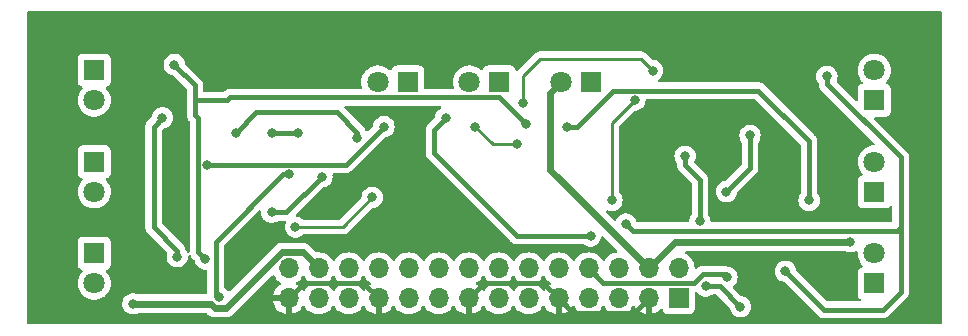
<source format=gbr>
%TF.GenerationSoftware,KiCad,Pcbnew,8.0.1*%
%TF.CreationDate,2024-03-24T20:28:12+02:00*%
%TF.ProjectId,EEE3088_HLDZUH001_Sensing,45454533-3038-4385-9f48-4c445a554830,rev?*%
%TF.SameCoordinates,Original*%
%TF.FileFunction,Copper,L2,Bot*%
%TF.FilePolarity,Positive*%
%FSLAX46Y46*%
G04 Gerber Fmt 4.6, Leading zero omitted, Abs format (unit mm)*
G04 Created by KiCad (PCBNEW 8.0.1) date 2024-03-24 20:28:12*
%MOMM*%
%LPD*%
G01*
G04 APERTURE LIST*
%TA.AperFunction,ComponentPad*%
%ADD10R,1.800000X1.800000*%
%TD*%
%TA.AperFunction,ComponentPad*%
%ADD11C,1.800000*%
%TD*%
%TA.AperFunction,ComponentPad*%
%ADD12R,1.700000X1.700000*%
%TD*%
%TA.AperFunction,ComponentPad*%
%ADD13O,1.700000X1.700000*%
%TD*%
%TA.AperFunction,ViaPad*%
%ADD14C,0.800000*%
%TD*%
%TA.AperFunction,Conductor*%
%ADD15C,0.400000*%
%TD*%
%TA.AperFunction,Conductor*%
%ADD16C,0.600000*%
%TD*%
%TA.AperFunction,Conductor*%
%ADD17C,0.250000*%
%TD*%
G04 APERTURE END LIST*
D10*
%TO.P,D9,1,K*%
%TO.N,+BATT*%
X215025000Y-85775000D03*
D11*
%TO.P,D9,2,A*%
%TO.N,/PA3*%
X215025000Y-83235000D03*
%TD*%
D10*
%TO.P,D8,1,K*%
%TO.N,+BATT*%
X183275000Y-76475000D03*
D11*
%TO.P,D8,2,A*%
%TO.N,/PA6*%
X180735000Y-76475000D03*
%TD*%
D10*
%TO.P,D7,1,K*%
%TO.N,+BATT*%
X148975000Y-83225000D03*
D11*
%TO.P,D7,2,A*%
%TO.N,/AB0*%
X148975000Y-85765000D03*
%TD*%
D10*
%TO.P,D6,1,K*%
%TO.N,Net-(D6-K)*%
X215025000Y-78025000D03*
D11*
%TO.P,D6,2,A*%
%TO.N,+BATT*%
X215025000Y-75485000D03*
%TD*%
D10*
%TO.P,D5,1,K*%
%TO.N,Net-(D5-K)*%
X175525000Y-76475000D03*
D11*
%TO.P,D5,2,A*%
%TO.N,+BATT*%
X172985000Y-76475000D03*
%TD*%
D10*
%TO.P,D4,1,K*%
%TO.N,Net-(D4-K)*%
X148975000Y-90975000D03*
D11*
%TO.P,D4,2,A*%
%TO.N,+BATT*%
X148975000Y-93515000D03*
%TD*%
D10*
%TO.P,D3,1,K*%
%TO.N,Net-(D3-K)*%
X215025000Y-93525000D03*
D11*
%TO.P,D3,2,A*%
%TO.N,+BATT*%
X215025000Y-90985000D03*
%TD*%
D10*
%TO.P,D2,1,K*%
%TO.N,Net-(D2-K)*%
X191025000Y-76475000D03*
D11*
%TO.P,D2,2,A*%
%TO.N,+BATT*%
X188485000Y-76475000D03*
%TD*%
D10*
%TO.P,D1,1,K*%
%TO.N,Net-(D1-K)*%
X148975000Y-75475000D03*
D11*
%TO.P,D1,2,A*%
%TO.N,+BATT*%
X148975000Y-78015000D03*
%TD*%
D12*
%TO.P,J2,1,Pin_1*%
%TO.N,unconnected-(J2-Pin_1-Pad1)*%
X198450000Y-94790000D03*
D13*
%TO.P,J2,2,Pin_2*%
%TO.N,unconnected-(J2-Pin_2-Pad2)*%
X198450000Y-92250000D03*
%TO.P,J2,3,Pin_3*%
%TO.N,GND*%
X195910000Y-94790000D03*
%TO.P,J2,4,Pin_4*%
%TO.N,+BATT*%
X195910000Y-92250000D03*
%TO.P,J2,5,Pin_5*%
%TO.N,/PA3*%
X193370000Y-94790000D03*
%TO.P,J2,6,Pin_6*%
%TO.N,unconnected-(J2-Pin_6-Pad6)*%
X193370000Y-92250000D03*
%TO.P,J2,7,Pin_7*%
%TO.N,unconnected-(J2-Pin_7-Pad7)*%
X190830000Y-94790000D03*
%TO.P,J2,8,Pin_8*%
%TO.N,/PE15*%
X190830000Y-92250000D03*
%TO.P,J2,9,Pin_9*%
%TO.N,GND*%
X188290000Y-94790000D03*
%TO.P,J2,10,Pin_10*%
%TO.N,unconnected-(J2-Pin_10-Pad10)*%
X188290000Y-92250000D03*
%TO.P,J2,11,Pin_11*%
%TO.N,unconnected-(J2-Pin_11-Pad11)*%
X185750000Y-94790000D03*
%TO.P,J2,12,Pin_12*%
%TO.N,unconnected-(J2-Pin_12-Pad12)*%
X185750000Y-92250000D03*
%TO.P,J2,13,Pin_13*%
%TO.N,/PA6*%
X183210000Y-94790000D03*
%TO.P,J2,14,Pin_14*%
%TO.N,unconnected-(J2-Pin_14-Pad14)*%
X183210000Y-92250000D03*
%TO.P,J2,15,Pin_15*%
%TO.N,GND*%
X180670000Y-94790000D03*
%TO.P,J2,16,Pin_16*%
%TO.N,unconnected-(J2-Pin_16-Pad16)*%
X180670000Y-92250000D03*
%TO.P,J2,17,Pin_17*%
%TO.N,unconnected-(J2-Pin_17-Pad17)*%
X178130000Y-94790000D03*
%TO.P,J2,18,Pin_18*%
%TO.N,unconnected-(J2-Pin_18-Pad18)*%
X178130000Y-92250000D03*
%TO.P,J2,19,Pin_19*%
%TO.N,unconnected-(J2-Pin_19-Pad19)*%
X175590000Y-94790000D03*
%TO.P,J2,20,Pin_20*%
%TO.N,unconnected-(J2-Pin_20-Pad20)*%
X175590000Y-92250000D03*
%TO.P,J2,21,Pin_21*%
%TO.N,GND*%
X173050000Y-94790000D03*
%TO.P,J2,22,Pin_22*%
%TO.N,/PE8*%
X173050000Y-92250000D03*
%TO.P,J2,23,Pin_23*%
%TO.N,unconnected-(J2-Pin_23-Pad23)*%
X170510000Y-94790000D03*
%TO.P,J2,24,Pin_24*%
%TO.N,unconnected-(J2-Pin_24-Pad24)*%
X170510000Y-92250000D03*
%TO.P,J2,25,Pin_25*%
%TO.N,/AB0*%
X167970000Y-94790000D03*
%TO.P,J2,26,Pin_26*%
%TO.N,+BATT*%
X167970000Y-92250000D03*
%TO.P,J2,27,Pin_27*%
%TO.N,GND*%
X165430000Y-94790000D03*
%TO.P,J2,28,Pin_28*%
%TO.N,unconnected-(J2-Pin_28-Pad28)*%
X165430000Y-92250000D03*
%TD*%
D14*
%TO.N,GND*%
X160390686Y-90540686D03*
X163000000Y-90500000D03*
%TO.N,/PE8*%
X160950000Y-80750000D03*
X171250000Y-81250000D03*
%TO.N,Net-(Q2-C)*%
X194000000Y-88500000D03*
X191000000Y-89500000D03*
X178750000Y-79500000D03*
%TO.N,Net-(JP1-B)*%
X159550000Y-94700000D03*
X165500000Y-84300000D03*
%TO.N,/PE8*%
X154750000Y-79500000D03*
X156000000Y-91250000D03*
%TO.N,Net-(Q2-C)*%
X211000000Y-76000000D03*
X207500000Y-92500000D03*
%TO.N,Net-(Q1-C)*%
X189000000Y-80250000D03*
X209500000Y-86500000D03*
%TO.N,Net-(JP2-B)*%
X168250000Y-84500000D03*
X164000000Y-87500000D03*
%TO.N,Net-(Q1-C)*%
X185500000Y-80000000D03*
%TO.N,Net-(JP1-B)*%
X166200000Y-80750000D03*
X164000000Y-80750000D03*
%TO.N,/PE15*%
X202550000Y-93000000D03*
%TO.N,Net-(JP3-B)*%
X203675000Y-95500000D03*
X200750000Y-93750000D03*
X200250000Y-88250000D03*
X199000000Y-82750000D03*
%TO.N,Net-(JP4-B)*%
X202500000Y-85750000D03*
X204500000Y-81000000D03*
%TO.N,/PA3*%
X192800000Y-86500000D03*
X194750000Y-78000000D03*
%TO.N,Net-(JP6-A)*%
X184750000Y-81750000D03*
X181250000Y-80250000D03*
%TO.N,/PA6*%
X196250000Y-75500000D03*
X185250000Y-78250000D03*
%TO.N,Net-(JP5-A)*%
X172500000Y-86250000D03*
X166000000Y-88750000D03*
%TO.N,Net-(Q2-C)*%
X173500000Y-80250000D03*
X158550000Y-83500000D03*
%TO.N,Net-(Q1-C)*%
X155750000Y-75000000D03*
X158375000Y-91450000D03*
%TO.N,+BATT*%
X213000000Y-90000000D03*
X152250000Y-95250000D03*
%TD*%
D15*
%TO.N,GND*%
X181960000Y-93500000D02*
X180670000Y-94790000D01*
X187000000Y-93500000D02*
X181960000Y-93500000D01*
X188290000Y-94790000D02*
X187000000Y-93500000D01*
X171760000Y-93500000D02*
X166720000Y-93500000D01*
X173050000Y-94790000D02*
X171760000Y-93500000D01*
X166720000Y-93500000D02*
X165430000Y-94790000D01*
X189540000Y-96040000D02*
X188290000Y-94790000D01*
X194660000Y-96040000D02*
X189540000Y-96040000D01*
X195910000Y-94790000D02*
X194660000Y-96040000D01*
%TO.N,Net-(Q2-C)*%
X170250000Y-83500000D02*
X173500000Y-80250000D01*
X158550000Y-83500000D02*
X170250000Y-83500000D01*
%TO.N,Net-(Q1-C)*%
X157750000Y-90825000D02*
X158375000Y-91450000D01*
X157500000Y-79250000D02*
X157750000Y-79500000D01*
X157500000Y-78000000D02*
X157500000Y-79250000D01*
X157750000Y-79500000D02*
X157750000Y-90825000D01*
%TO.N,Net-(JP1-B)*%
X159250000Y-90000000D02*
X159250000Y-94400000D01*
X159250000Y-94400000D02*
X159550000Y-94700000D01*
X164950000Y-84300000D02*
X159250000Y-90000000D01*
X165500000Y-84300000D02*
X164950000Y-84300000D01*
%TO.N,GND*%
X160431372Y-90500000D02*
X160390686Y-90540686D01*
X163000000Y-90500000D02*
X160431372Y-90500000D01*
%TO.N,Net-(Q1-C)*%
X192900000Y-77200000D02*
X189850000Y-80250000D01*
X189850000Y-80250000D02*
X189000000Y-80250000D01*
X205200000Y-77200000D02*
X192900000Y-77200000D01*
X209500000Y-81500000D02*
X205200000Y-77200000D01*
X209500000Y-86500000D02*
X209500000Y-81500000D01*
%TO.N,Net-(Q2-C)*%
X184750000Y-89500000D02*
X191000000Y-89500000D01*
X177750000Y-82500000D02*
X184750000Y-89500000D01*
X177750000Y-80500000D02*
X177750000Y-82500000D01*
X178750000Y-79500000D02*
X177750000Y-80500000D01*
%TO.N,/PE8*%
X156000000Y-90750000D02*
X156000000Y-91250000D01*
X154000000Y-88750000D02*
X156000000Y-90750000D01*
X154750000Y-79500000D02*
X154000000Y-80250000D01*
X154000000Y-80250000D02*
X154000000Y-88750000D01*
%TO.N,Net-(Q1-C)*%
X157500000Y-76750000D02*
X157500000Y-78000000D01*
X155750000Y-75000000D02*
X157500000Y-76750000D01*
X160475000Y-77775000D02*
X160250000Y-78000000D01*
X160250000Y-78000000D02*
X157500000Y-78000000D01*
X183275000Y-77775000D02*
X160475000Y-77775000D01*
X185500000Y-80000000D02*
X183275000Y-77775000D01*
D16*
%TO.N,+BATT*%
X166620000Y-90900000D02*
X167970000Y-92250000D01*
X164870811Y-90900000D02*
X166620000Y-90900000D01*
X160170811Y-95600000D02*
X164870811Y-90900000D01*
X152250000Y-95250000D02*
X158827207Y-95250000D01*
X159177207Y-95600000D02*
X160170811Y-95600000D01*
X158827207Y-95250000D02*
X159177207Y-95600000D01*
D15*
%TO.N,/PE8*%
X162700000Y-79000000D02*
X160950000Y-80750000D01*
X169500000Y-79000000D02*
X162700000Y-79000000D01*
X171250000Y-80750000D02*
X169500000Y-79000000D01*
X171250000Y-81250000D02*
X171250000Y-80750000D01*
%TO.N,Net-(Q2-C)*%
X216950000Y-89050000D02*
X217250000Y-88750000D01*
X194550000Y-89050000D02*
X216950000Y-89050000D01*
X194000000Y-88500000D02*
X194550000Y-89050000D01*
X217250000Y-88750000D02*
X217250000Y-82850000D01*
X217250000Y-94250000D02*
X217250000Y-88750000D01*
X211000000Y-76600000D02*
X211000000Y-76000000D01*
X215750000Y-95750000D02*
X217250000Y-94250000D01*
X217250000Y-82850000D02*
X211000000Y-76600000D01*
X210750000Y-95750000D02*
X215750000Y-95750000D01*
X207500000Y-92500000D02*
X210750000Y-95750000D01*
D16*
%TO.N,+BATT*%
X187585000Y-83925000D02*
X195910000Y-92250000D01*
X187585000Y-77375000D02*
X187585000Y-83925000D01*
X188485000Y-76475000D02*
X187585000Y-77375000D01*
D15*
%TO.N,Net-(JP2-B)*%
X164000000Y-87500000D02*
X165250000Y-87500000D01*
X165250000Y-87500000D02*
X168250000Y-84500000D01*
%TO.N,Net-(JP1-B)*%
X164000000Y-80750000D02*
X166200000Y-80750000D01*
%TO.N,/PE15*%
X199740000Y-93500000D02*
X192080000Y-93500000D01*
X200490000Y-92750000D02*
X199740000Y-93500000D01*
X202300000Y-92750000D02*
X200490000Y-92750000D01*
X202550000Y-93000000D02*
X202300000Y-92750000D01*
X192080000Y-93500000D02*
X190830000Y-92250000D01*
%TO.N,Net-(JP3-B)*%
X200750000Y-93750000D02*
X201925000Y-93750000D01*
X199000000Y-83500000D02*
X200250000Y-84750000D01*
X201925000Y-93750000D02*
X203675000Y-95500000D01*
X200250000Y-84750000D02*
X200250000Y-88250000D01*
X199000000Y-82750000D02*
X199000000Y-83500000D01*
%TO.N,Net-(JP4-B)*%
X204500000Y-81000000D02*
X204500000Y-83750000D01*
X204500000Y-83750000D02*
X202500000Y-85750000D01*
D17*
%TO.N,/PA3*%
X192800000Y-79950000D02*
X192800000Y-86500000D01*
X194750000Y-78000000D02*
X192800000Y-79950000D01*
%TO.N,Net-(JP6-A)*%
X184750000Y-81750000D02*
X182750000Y-81750000D01*
X182750000Y-81750000D02*
X181250000Y-80250000D01*
%TO.N,/PA6*%
X195250000Y-74500000D02*
X196250000Y-75500000D01*
X186750000Y-74500000D02*
X195250000Y-74500000D01*
X185250000Y-76000000D02*
X186750000Y-74500000D01*
X185250000Y-78250000D02*
X185250000Y-76000000D01*
%TO.N,Net-(JP5-A)*%
X166000000Y-88750000D02*
X170000000Y-88750000D01*
X170000000Y-88750000D02*
X172500000Y-86250000D01*
D16*
%TO.N,+BATT*%
X213000000Y-90000000D02*
X198160000Y-90000000D01*
X198160000Y-90000000D02*
X195910000Y-92250000D01*
%TD*%
%TA.AperFunction,Conductor*%
%TO.N,GND*%
G36*
X178320768Y-78495185D02*
G01*
X178366523Y-78547989D01*
X178376467Y-78617147D01*
X178347442Y-78680703D01*
X178304167Y-78712778D01*
X178300722Y-78714311D01*
X178297267Y-78715850D01*
X178297265Y-78715851D01*
X178144129Y-78827111D01*
X178017466Y-78967785D01*
X177922821Y-79131715D01*
X177922818Y-79131722D01*
X177864327Y-79311739D01*
X177864325Y-79311750D01*
X177859134Y-79361129D01*
X177832549Y-79425743D01*
X177823495Y-79435846D01*
X177205887Y-80053454D01*
X177129224Y-80168191D01*
X177076421Y-80295667D01*
X177076418Y-80295679D01*
X177052050Y-80418186D01*
X177052049Y-80418191D01*
X177049500Y-80431002D01*
X177049500Y-80431007D01*
X177049500Y-82431006D01*
X177049500Y-82568994D01*
X177049500Y-82568996D01*
X177049499Y-82568996D01*
X177076418Y-82704322D01*
X177076421Y-82704331D01*
X177129222Y-82831807D01*
X177205887Y-82946545D01*
X184303454Y-90044112D01*
X184418192Y-90120777D01*
X184523678Y-90164470D01*
X184545672Y-90173580D01*
X184545676Y-90173580D01*
X184545677Y-90173581D01*
X184681003Y-90200500D01*
X184681006Y-90200500D01*
X184681007Y-90200500D01*
X190391844Y-90200500D01*
X190458883Y-90220185D01*
X190464729Y-90224182D01*
X190547265Y-90284148D01*
X190547270Y-90284151D01*
X190720192Y-90361142D01*
X190720197Y-90361144D01*
X190905354Y-90400500D01*
X190905355Y-90400500D01*
X191094644Y-90400500D01*
X191094646Y-90400500D01*
X191279803Y-90361144D01*
X191452730Y-90284151D01*
X191605871Y-90172888D01*
X191732533Y-90032216D01*
X191827179Y-89868284D01*
X191885674Y-89688256D01*
X191889933Y-89647729D01*
X191916516Y-89583118D01*
X191973813Y-89543133D01*
X192043632Y-89540472D01*
X192100934Y-89573012D01*
X193230026Y-90702104D01*
X193263511Y-90763427D01*
X193258527Y-90833119D01*
X193216655Y-90889052D01*
X193153154Y-90913313D01*
X193134596Y-90914936D01*
X193134586Y-90914938D01*
X192906344Y-90976094D01*
X192906335Y-90976098D01*
X192692171Y-91075964D01*
X192692169Y-91075965D01*
X192498597Y-91211505D01*
X192331505Y-91378597D01*
X192201575Y-91564158D01*
X192146998Y-91607783D01*
X192077500Y-91614977D01*
X192015145Y-91583454D01*
X191998425Y-91564158D01*
X191868494Y-91378597D01*
X191701402Y-91211506D01*
X191701395Y-91211501D01*
X191507834Y-91075967D01*
X191507830Y-91075965D01*
X191424016Y-91036882D01*
X191293663Y-90976097D01*
X191293659Y-90976096D01*
X191293655Y-90976094D01*
X191065413Y-90914938D01*
X191065403Y-90914936D01*
X190830001Y-90894341D01*
X190829999Y-90894341D01*
X190594596Y-90914936D01*
X190594586Y-90914938D01*
X190366344Y-90976094D01*
X190366335Y-90976098D01*
X190152171Y-91075964D01*
X190152169Y-91075965D01*
X189958597Y-91211505D01*
X189791505Y-91378597D01*
X189661575Y-91564158D01*
X189606998Y-91607783D01*
X189537500Y-91614977D01*
X189475145Y-91583454D01*
X189458425Y-91564158D01*
X189328494Y-91378597D01*
X189161402Y-91211506D01*
X189161395Y-91211501D01*
X188967834Y-91075967D01*
X188967830Y-91075965D01*
X188884016Y-91036882D01*
X188753663Y-90976097D01*
X188753659Y-90976096D01*
X188753655Y-90976094D01*
X188525413Y-90914938D01*
X188525403Y-90914936D01*
X188290001Y-90894341D01*
X188289999Y-90894341D01*
X188054596Y-90914936D01*
X188054586Y-90914938D01*
X187826344Y-90976094D01*
X187826335Y-90976098D01*
X187612171Y-91075964D01*
X187612169Y-91075965D01*
X187418597Y-91211505D01*
X187251505Y-91378597D01*
X187121575Y-91564158D01*
X187066998Y-91607783D01*
X186997500Y-91614977D01*
X186935145Y-91583454D01*
X186918425Y-91564158D01*
X186788494Y-91378597D01*
X186621402Y-91211506D01*
X186621395Y-91211501D01*
X186427834Y-91075967D01*
X186427830Y-91075965D01*
X186344016Y-91036882D01*
X186213663Y-90976097D01*
X186213659Y-90976096D01*
X186213655Y-90976094D01*
X185985413Y-90914938D01*
X185985403Y-90914936D01*
X185750001Y-90894341D01*
X185749999Y-90894341D01*
X185514596Y-90914936D01*
X185514586Y-90914938D01*
X185286344Y-90976094D01*
X185286335Y-90976098D01*
X185072171Y-91075964D01*
X185072169Y-91075965D01*
X184878597Y-91211505D01*
X184711505Y-91378597D01*
X184581575Y-91564158D01*
X184526998Y-91607783D01*
X184457500Y-91614977D01*
X184395145Y-91583454D01*
X184378425Y-91564158D01*
X184248494Y-91378597D01*
X184081402Y-91211506D01*
X184081395Y-91211501D01*
X183887834Y-91075967D01*
X183887830Y-91075965D01*
X183804016Y-91036882D01*
X183673663Y-90976097D01*
X183673659Y-90976096D01*
X183673655Y-90976094D01*
X183445413Y-90914938D01*
X183445403Y-90914936D01*
X183210001Y-90894341D01*
X183209999Y-90894341D01*
X182974596Y-90914936D01*
X182974586Y-90914938D01*
X182746344Y-90976094D01*
X182746335Y-90976098D01*
X182532171Y-91075964D01*
X182532169Y-91075965D01*
X182338597Y-91211505D01*
X182171505Y-91378597D01*
X182041575Y-91564158D01*
X181986998Y-91607783D01*
X181917500Y-91614977D01*
X181855145Y-91583454D01*
X181838425Y-91564158D01*
X181708494Y-91378597D01*
X181541402Y-91211506D01*
X181541395Y-91211501D01*
X181347834Y-91075967D01*
X181347830Y-91075965D01*
X181264016Y-91036882D01*
X181133663Y-90976097D01*
X181133659Y-90976096D01*
X181133655Y-90976094D01*
X180905413Y-90914938D01*
X180905403Y-90914936D01*
X180670001Y-90894341D01*
X180669999Y-90894341D01*
X180434596Y-90914936D01*
X180434586Y-90914938D01*
X180206344Y-90976094D01*
X180206335Y-90976098D01*
X179992171Y-91075964D01*
X179992169Y-91075965D01*
X179798597Y-91211505D01*
X179631505Y-91378597D01*
X179501575Y-91564158D01*
X179446998Y-91607783D01*
X179377500Y-91614977D01*
X179315145Y-91583454D01*
X179298425Y-91564158D01*
X179168494Y-91378597D01*
X179001402Y-91211506D01*
X179001395Y-91211501D01*
X178807834Y-91075967D01*
X178807830Y-91075965D01*
X178724016Y-91036882D01*
X178593663Y-90976097D01*
X178593659Y-90976096D01*
X178593655Y-90976094D01*
X178365413Y-90914938D01*
X178365403Y-90914936D01*
X178130001Y-90894341D01*
X178129999Y-90894341D01*
X177894596Y-90914936D01*
X177894586Y-90914938D01*
X177666344Y-90976094D01*
X177666335Y-90976098D01*
X177452171Y-91075964D01*
X177452169Y-91075965D01*
X177258597Y-91211505D01*
X177091505Y-91378597D01*
X176961575Y-91564158D01*
X176906998Y-91607783D01*
X176837500Y-91614977D01*
X176775145Y-91583454D01*
X176758425Y-91564158D01*
X176628494Y-91378597D01*
X176461402Y-91211506D01*
X176461395Y-91211501D01*
X176267834Y-91075967D01*
X176267830Y-91075965D01*
X176184016Y-91036882D01*
X176053663Y-90976097D01*
X176053659Y-90976096D01*
X176053655Y-90976094D01*
X175825413Y-90914938D01*
X175825403Y-90914936D01*
X175590001Y-90894341D01*
X175589999Y-90894341D01*
X175354596Y-90914936D01*
X175354586Y-90914938D01*
X175126344Y-90976094D01*
X175126335Y-90976098D01*
X174912171Y-91075964D01*
X174912169Y-91075965D01*
X174718597Y-91211505D01*
X174551505Y-91378597D01*
X174421575Y-91564158D01*
X174366998Y-91607783D01*
X174297500Y-91614977D01*
X174235145Y-91583454D01*
X174218425Y-91564158D01*
X174088494Y-91378597D01*
X173921402Y-91211506D01*
X173921395Y-91211501D01*
X173727834Y-91075967D01*
X173727830Y-91075965D01*
X173644016Y-91036882D01*
X173513663Y-90976097D01*
X173513659Y-90976096D01*
X173513655Y-90976094D01*
X173285413Y-90914938D01*
X173285403Y-90914936D01*
X173050001Y-90894341D01*
X173049999Y-90894341D01*
X172814596Y-90914936D01*
X172814586Y-90914938D01*
X172586344Y-90976094D01*
X172586335Y-90976098D01*
X172372171Y-91075964D01*
X172372169Y-91075965D01*
X172178597Y-91211505D01*
X172011505Y-91378597D01*
X171881575Y-91564158D01*
X171826998Y-91607783D01*
X171757500Y-91614977D01*
X171695145Y-91583454D01*
X171678425Y-91564158D01*
X171548494Y-91378597D01*
X171381402Y-91211506D01*
X171381395Y-91211501D01*
X171187834Y-91075967D01*
X171187830Y-91075965D01*
X171104016Y-91036882D01*
X170973663Y-90976097D01*
X170973659Y-90976096D01*
X170973655Y-90976094D01*
X170745413Y-90914938D01*
X170745403Y-90914936D01*
X170510001Y-90894341D01*
X170509999Y-90894341D01*
X170274596Y-90914936D01*
X170274586Y-90914938D01*
X170046344Y-90976094D01*
X170046335Y-90976098D01*
X169832171Y-91075964D01*
X169832169Y-91075965D01*
X169638597Y-91211505D01*
X169471505Y-91378597D01*
X169341575Y-91564158D01*
X169286998Y-91607783D01*
X169217500Y-91614977D01*
X169155145Y-91583454D01*
X169138425Y-91564158D01*
X169008494Y-91378597D01*
X168841402Y-91211506D01*
X168841395Y-91211501D01*
X168647834Y-91075967D01*
X168647830Y-91075965D01*
X168564016Y-91036882D01*
X168433663Y-90976097D01*
X168433659Y-90976096D01*
X168433655Y-90976094D01*
X168205413Y-90914938D01*
X168205403Y-90914936D01*
X167970001Y-90894341D01*
X167969998Y-90894341D01*
X167822007Y-90907288D01*
X167753507Y-90893521D01*
X167723519Y-90871441D01*
X167130292Y-90278213D01*
X167130288Y-90278210D01*
X166999185Y-90190609D01*
X166999172Y-90190602D01*
X166853501Y-90130264D01*
X166853489Y-90130261D01*
X166698845Y-90099500D01*
X166698842Y-90099500D01*
X164949654Y-90099500D01*
X164791969Y-90099500D01*
X164791964Y-90099500D01*
X164637321Y-90130260D01*
X164637313Y-90130262D01*
X164491635Y-90190604D01*
X164491625Y-90190609D01*
X164360522Y-90278210D01*
X164360518Y-90278213D01*
X160464199Y-94174532D01*
X160402876Y-94208017D01*
X160333184Y-94203033D01*
X160284368Y-94169823D01*
X160282534Y-94167786D01*
X160282533Y-94167784D01*
X160155871Y-94027112D01*
X160155870Y-94027111D01*
X160001615Y-93915038D01*
X159958949Y-93859708D01*
X159950500Y-93814720D01*
X159950500Y-90341518D01*
X159970185Y-90274479D01*
X159986814Y-90253842D01*
X162888501Y-87352154D01*
X162949822Y-87318671D01*
X163019514Y-87323655D01*
X163075447Y-87365527D01*
X163099864Y-87430991D01*
X163099500Y-87452798D01*
X163094540Y-87500000D01*
X163114326Y-87688256D01*
X163114327Y-87688259D01*
X163172818Y-87868277D01*
X163172821Y-87868284D01*
X163267467Y-88032216D01*
X163362409Y-88137659D01*
X163394129Y-88172888D01*
X163547265Y-88284148D01*
X163547270Y-88284151D01*
X163720192Y-88361142D01*
X163720197Y-88361144D01*
X163905354Y-88400500D01*
X163905355Y-88400500D01*
X164094644Y-88400500D01*
X164094646Y-88400500D01*
X164279803Y-88361144D01*
X164452730Y-88284151D01*
X164515616Y-88238462D01*
X164535271Y-88224182D01*
X164601077Y-88200702D01*
X164608156Y-88200500D01*
X165062672Y-88200500D01*
X165129711Y-88220185D01*
X165175466Y-88272989D01*
X165185410Y-88342147D01*
X165173997Y-88375134D01*
X165175462Y-88375786D01*
X165172818Y-88381722D01*
X165135635Y-88496161D01*
X165114326Y-88561744D01*
X165094540Y-88750000D01*
X165114326Y-88938256D01*
X165114327Y-88938259D01*
X165172818Y-89118277D01*
X165172821Y-89118284D01*
X165267467Y-89282216D01*
X165388401Y-89416526D01*
X165394129Y-89422888D01*
X165547265Y-89534148D01*
X165547270Y-89534151D01*
X165720192Y-89611142D01*
X165720197Y-89611144D01*
X165905354Y-89650500D01*
X165905355Y-89650500D01*
X166094644Y-89650500D01*
X166094646Y-89650500D01*
X166279803Y-89611144D01*
X166452730Y-89534151D01*
X166605871Y-89422888D01*
X166608788Y-89419647D01*
X166611600Y-89416526D01*
X166671087Y-89379879D01*
X166703748Y-89375500D01*
X170061608Y-89375500D01*
X170061608Y-89375499D01*
X170133781Y-89361144D01*
X170133783Y-89361144D01*
X170158282Y-89356270D01*
X170182452Y-89351463D01*
X170232496Y-89330734D01*
X170296286Y-89304312D01*
X170347509Y-89270084D01*
X170398733Y-89235858D01*
X170485858Y-89148733D01*
X170485859Y-89148731D01*
X170492925Y-89141665D01*
X170492927Y-89141661D01*
X172447771Y-87186819D01*
X172509094Y-87153334D01*
X172535452Y-87150500D01*
X172594644Y-87150500D01*
X172594646Y-87150500D01*
X172779803Y-87111144D01*
X172952730Y-87034151D01*
X173105871Y-86922888D01*
X173232533Y-86782216D01*
X173327179Y-86618284D01*
X173385674Y-86438256D01*
X173405460Y-86250000D01*
X173385674Y-86061744D01*
X173327179Y-85881716D01*
X173232533Y-85717784D01*
X173105871Y-85577112D01*
X173084719Y-85561744D01*
X172952734Y-85465851D01*
X172952729Y-85465848D01*
X172779807Y-85388857D01*
X172779802Y-85388855D01*
X172634001Y-85357865D01*
X172594646Y-85349500D01*
X172405354Y-85349500D01*
X172372897Y-85356398D01*
X172220197Y-85388855D01*
X172220192Y-85388857D01*
X172047270Y-85465848D01*
X172047265Y-85465851D01*
X171894129Y-85577111D01*
X171767466Y-85717785D01*
X171672821Y-85881715D01*
X171672818Y-85881722D01*
X171614327Y-86061740D01*
X171614326Y-86061744D01*
X171608384Y-86118277D01*
X171596678Y-86229651D01*
X171570093Y-86294266D01*
X171561038Y-86304370D01*
X169777229Y-88088181D01*
X169715906Y-88121666D01*
X169689548Y-88124500D01*
X166703748Y-88124500D01*
X166636709Y-88104815D01*
X166611600Y-88083474D01*
X166605873Y-88077114D01*
X166605869Y-88077110D01*
X166452734Y-87965851D01*
X166452729Y-87965848D01*
X166279807Y-87888857D01*
X166279802Y-87888855D01*
X166150215Y-87861311D01*
X166088733Y-87828119D01*
X166054957Y-87766956D01*
X166059609Y-87697241D01*
X166088313Y-87652342D01*
X168312975Y-85427681D01*
X168374296Y-85394198D01*
X168374362Y-85394183D01*
X168529803Y-85361144D01*
X168529807Y-85361142D01*
X168529808Y-85361142D01*
X168588058Y-85335206D01*
X168702730Y-85284151D01*
X168855871Y-85172888D01*
X168982533Y-85032216D01*
X169077179Y-84868284D01*
X169135674Y-84688256D01*
X169155460Y-84500000D01*
X169138376Y-84337458D01*
X169150945Y-84268732D01*
X169198677Y-84217708D01*
X169261697Y-84200500D01*
X170318996Y-84200500D01*
X170410040Y-84182389D01*
X170454328Y-84173580D01*
X170518069Y-84147177D01*
X170581807Y-84120777D01*
X170581808Y-84120776D01*
X170581811Y-84120775D01*
X170696543Y-84044114D01*
X173562975Y-81177681D01*
X173624296Y-81144198D01*
X173624362Y-81144183D01*
X173779803Y-81111144D01*
X173779807Y-81111142D01*
X173779808Y-81111142D01*
X173856244Y-81077110D01*
X173952730Y-81034151D01*
X174105871Y-80922888D01*
X174232533Y-80782216D01*
X174327179Y-80618284D01*
X174385674Y-80438256D01*
X174405460Y-80250000D01*
X174385674Y-80061744D01*
X174327179Y-79881716D01*
X174232533Y-79717784D01*
X174105871Y-79577112D01*
X174104144Y-79575857D01*
X173952734Y-79465851D01*
X173952729Y-79465848D01*
X173779807Y-79388857D01*
X173779802Y-79388855D01*
X173634001Y-79357865D01*
X173594646Y-79349500D01*
X173405354Y-79349500D01*
X173372897Y-79356398D01*
X173220197Y-79388855D01*
X173220192Y-79388857D01*
X173047270Y-79465848D01*
X173047265Y-79465851D01*
X172894129Y-79577111D01*
X172767466Y-79717785D01*
X172672821Y-79881715D01*
X172672818Y-79881722D01*
X172614327Y-80061739D01*
X172614325Y-80061750D01*
X172609134Y-80111129D01*
X172582549Y-80175743D01*
X172573495Y-80185846D01*
X172135748Y-80623593D01*
X172074425Y-80657078D01*
X172004733Y-80652094D01*
X171948800Y-80610222D01*
X171926450Y-80560102D01*
X171923580Y-80545672D01*
X171879087Y-80438256D01*
X171870776Y-80418191D01*
X171858955Y-80400500D01*
X171794114Y-80303457D01*
X171794112Y-80303454D01*
X171794111Y-80303453D01*
X170177838Y-78687181D01*
X170144353Y-78625858D01*
X170149337Y-78556166D01*
X170191209Y-78500233D01*
X170256673Y-78475816D01*
X170265519Y-78475500D01*
X178253729Y-78475500D01*
X178320768Y-78495185D01*
G37*
%TD.AperFunction*%
%TA.AperFunction,Conductor*%
G36*
X166784855Y-92916546D02*
G01*
X166801575Y-92935842D01*
X166931501Y-93121396D01*
X166931506Y-93121402D01*
X167098597Y-93288493D01*
X167098603Y-93288498D01*
X167284158Y-93418425D01*
X167327783Y-93473002D01*
X167334977Y-93542500D01*
X167303454Y-93604855D01*
X167284158Y-93621575D01*
X167098597Y-93751505D01*
X166931508Y-93918594D01*
X166801269Y-94104595D01*
X166746692Y-94148219D01*
X166677193Y-94155412D01*
X166614839Y-94123890D01*
X166598119Y-94104594D01*
X166468113Y-93918926D01*
X166468108Y-93918920D01*
X166301078Y-93751890D01*
X166115405Y-93621879D01*
X166071780Y-93567302D01*
X166064588Y-93497804D01*
X166096110Y-93435449D01*
X166115406Y-93418730D01*
X166150620Y-93394073D01*
X166301401Y-93288495D01*
X166468495Y-93121401D01*
X166598425Y-92935842D01*
X166653002Y-92892217D01*
X166722500Y-92885023D01*
X166784855Y-92916546D01*
G37*
%TD.AperFunction*%
%TA.AperFunction,Conductor*%
G36*
X171864855Y-92916546D02*
G01*
X171881575Y-92935842D01*
X172011501Y-93121396D01*
X172011506Y-93121402D01*
X172178597Y-93288493D01*
X172178603Y-93288498D01*
X172364594Y-93418730D01*
X172408219Y-93473307D01*
X172415413Y-93542805D01*
X172383890Y-93605160D01*
X172364595Y-93621880D01*
X172178922Y-93751890D01*
X172178920Y-93751891D01*
X172011891Y-93918920D01*
X172011890Y-93918922D01*
X171881880Y-94104595D01*
X171827303Y-94148219D01*
X171757804Y-94155412D01*
X171695450Y-94123890D01*
X171678730Y-94104594D01*
X171548494Y-93918597D01*
X171381402Y-93751506D01*
X171381396Y-93751501D01*
X171195842Y-93621575D01*
X171152217Y-93566998D01*
X171145023Y-93497500D01*
X171176546Y-93435145D01*
X171195842Y-93418425D01*
X171230620Y-93394073D01*
X171381401Y-93288495D01*
X171548495Y-93121401D01*
X171678425Y-92935842D01*
X171733002Y-92892217D01*
X171802500Y-92885023D01*
X171864855Y-92916546D01*
G37*
%TD.AperFunction*%
%TA.AperFunction,Conductor*%
G36*
X182024855Y-92916546D02*
G01*
X182041575Y-92935842D01*
X182171501Y-93121396D01*
X182171506Y-93121402D01*
X182338597Y-93288493D01*
X182338603Y-93288498D01*
X182524158Y-93418425D01*
X182567783Y-93473002D01*
X182574977Y-93542500D01*
X182543454Y-93604855D01*
X182524158Y-93621575D01*
X182338597Y-93751505D01*
X182171508Y-93918594D01*
X182041269Y-94104595D01*
X181986692Y-94148219D01*
X181917193Y-94155412D01*
X181854839Y-94123890D01*
X181838119Y-94104594D01*
X181708113Y-93918926D01*
X181708108Y-93918920D01*
X181541078Y-93751890D01*
X181355405Y-93621879D01*
X181311780Y-93567302D01*
X181304588Y-93497804D01*
X181336110Y-93435449D01*
X181355406Y-93418730D01*
X181390620Y-93394073D01*
X181541401Y-93288495D01*
X181708495Y-93121401D01*
X181838425Y-92935842D01*
X181893002Y-92892217D01*
X181962500Y-92885023D01*
X182024855Y-92916546D01*
G37*
%TD.AperFunction*%
%TA.AperFunction,Conductor*%
G36*
X187104855Y-92916546D02*
G01*
X187121575Y-92935842D01*
X187251501Y-93121396D01*
X187251506Y-93121402D01*
X187418597Y-93288493D01*
X187418603Y-93288498D01*
X187604594Y-93418730D01*
X187648219Y-93473307D01*
X187655413Y-93542805D01*
X187623890Y-93605160D01*
X187604595Y-93621880D01*
X187418922Y-93751890D01*
X187418920Y-93751891D01*
X187251891Y-93918920D01*
X187251890Y-93918922D01*
X187121880Y-94104595D01*
X187067303Y-94148219D01*
X186997804Y-94155412D01*
X186935450Y-94123890D01*
X186918730Y-94104594D01*
X186788494Y-93918597D01*
X186621402Y-93751506D01*
X186621396Y-93751501D01*
X186435842Y-93621575D01*
X186392217Y-93566998D01*
X186385023Y-93497500D01*
X186416546Y-93435145D01*
X186435842Y-93418425D01*
X186470620Y-93394073D01*
X186621401Y-93288495D01*
X186788495Y-93121401D01*
X186918425Y-92935842D01*
X186973002Y-92892217D01*
X187042500Y-92885023D01*
X187104855Y-92916546D01*
G37*
%TD.AperFunction*%
%TA.AperFunction,Conductor*%
G36*
X169324855Y-92916546D02*
G01*
X169341575Y-92935842D01*
X169471501Y-93121396D01*
X169471506Y-93121402D01*
X169638597Y-93288493D01*
X169638603Y-93288498D01*
X169824158Y-93418425D01*
X169867783Y-93473002D01*
X169874977Y-93542500D01*
X169843454Y-93604855D01*
X169824158Y-93621575D01*
X169638597Y-93751505D01*
X169471505Y-93918597D01*
X169341575Y-94104158D01*
X169286998Y-94147783D01*
X169217500Y-94154977D01*
X169155145Y-94123454D01*
X169138425Y-94104158D01*
X169008494Y-93918597D01*
X168841402Y-93751506D01*
X168841396Y-93751501D01*
X168655842Y-93621575D01*
X168612217Y-93566998D01*
X168605023Y-93497500D01*
X168636546Y-93435145D01*
X168655842Y-93418425D01*
X168690620Y-93394073D01*
X168841401Y-93288495D01*
X169008495Y-93121401D01*
X169138425Y-92935842D01*
X169193002Y-92892217D01*
X169262500Y-92885023D01*
X169324855Y-92916546D01*
G37*
%TD.AperFunction*%
%TA.AperFunction,Conductor*%
G36*
X184564855Y-92916546D02*
G01*
X184581575Y-92935842D01*
X184711501Y-93121396D01*
X184711506Y-93121402D01*
X184878597Y-93288493D01*
X184878603Y-93288498D01*
X185064158Y-93418425D01*
X185107783Y-93473002D01*
X185114977Y-93542500D01*
X185083454Y-93604855D01*
X185064158Y-93621575D01*
X184878597Y-93751505D01*
X184711505Y-93918597D01*
X184581575Y-94104158D01*
X184526998Y-94147783D01*
X184457500Y-94154977D01*
X184395145Y-94123454D01*
X184378425Y-94104158D01*
X184248494Y-93918597D01*
X184081402Y-93751506D01*
X184081396Y-93751501D01*
X183895842Y-93621575D01*
X183852217Y-93566998D01*
X183845023Y-93497500D01*
X183876546Y-93435145D01*
X183895842Y-93418425D01*
X183930620Y-93394073D01*
X184081401Y-93288495D01*
X184248495Y-93121401D01*
X184378425Y-92935842D01*
X184433002Y-92892217D01*
X184502500Y-92885023D01*
X184564855Y-92916546D01*
G37*
%TD.AperFunction*%
%TA.AperFunction,Conductor*%
G36*
X220693039Y-70519685D02*
G01*
X220738794Y-70572489D01*
X220750000Y-70624000D01*
X220750000Y-96876000D01*
X220730315Y-96943039D01*
X220677511Y-96988794D01*
X220626000Y-97000000D01*
X143374000Y-97000000D01*
X143306961Y-96980315D01*
X143261206Y-96927511D01*
X143250000Y-96876000D01*
X143250000Y-95250000D01*
X151344540Y-95250000D01*
X151364326Y-95438256D01*
X151364327Y-95438259D01*
X151422818Y-95618277D01*
X151422821Y-95618284D01*
X151517467Y-95782216D01*
X151607609Y-95882328D01*
X151644129Y-95922888D01*
X151797265Y-96034148D01*
X151797270Y-96034151D01*
X151970192Y-96111142D01*
X151970197Y-96111144D01*
X152155354Y-96150500D01*
X152155355Y-96150500D01*
X152344644Y-96150500D01*
X152344646Y-96150500D01*
X152529803Y-96111144D01*
X152591234Y-96083793D01*
X152641931Y-96061221D01*
X152692367Y-96050500D01*
X158444267Y-96050500D01*
X158511306Y-96070185D01*
X158531943Y-96086814D01*
X158618017Y-96172888D01*
X158666919Y-96221790D01*
X158798021Y-96309390D01*
X158798025Y-96309392D01*
X158798028Y-96309394D01*
X158943710Y-96369738D01*
X159098360Y-96400499D01*
X159098364Y-96400500D01*
X159098365Y-96400500D01*
X160249655Y-96400500D01*
X160249656Y-96400499D01*
X160404308Y-96369737D01*
X160549990Y-96309394D01*
X160681100Y-96221789D01*
X164041412Y-92861475D01*
X164102733Y-92827992D01*
X164172425Y-92832976D01*
X164228358Y-92874848D01*
X164241473Y-92896752D01*
X164255966Y-92927832D01*
X164329057Y-93032216D01*
X164391501Y-93121396D01*
X164391506Y-93121402D01*
X164558597Y-93288493D01*
X164558603Y-93288498D01*
X164744594Y-93418730D01*
X164788219Y-93473307D01*
X164795413Y-93542805D01*
X164763890Y-93605160D01*
X164744595Y-93621880D01*
X164558922Y-93751890D01*
X164558920Y-93751891D01*
X164391891Y-93918920D01*
X164391886Y-93918926D01*
X164256400Y-94112420D01*
X164256399Y-94112422D01*
X164156570Y-94326507D01*
X164156567Y-94326513D01*
X164099364Y-94539999D01*
X164099364Y-94540000D01*
X164996988Y-94540000D01*
X164964075Y-94597007D01*
X164930000Y-94724174D01*
X164930000Y-94855826D01*
X164964075Y-94982993D01*
X164996988Y-95040000D01*
X164099364Y-95040000D01*
X164156567Y-95253486D01*
X164156570Y-95253492D01*
X164256399Y-95467578D01*
X164391894Y-95661082D01*
X164558917Y-95828105D01*
X164752421Y-95963600D01*
X164966507Y-96063429D01*
X164966516Y-96063433D01*
X165180000Y-96120634D01*
X165180000Y-95223012D01*
X165237007Y-95255925D01*
X165364174Y-95290000D01*
X165495826Y-95290000D01*
X165622993Y-95255925D01*
X165680000Y-95223012D01*
X165680000Y-96120633D01*
X165893483Y-96063433D01*
X165893492Y-96063429D01*
X166107578Y-95963600D01*
X166301082Y-95828105D01*
X166468105Y-95661082D01*
X166598119Y-95475405D01*
X166652696Y-95431781D01*
X166722195Y-95424588D01*
X166784549Y-95456110D01*
X166801269Y-95475405D01*
X166931505Y-95661401D01*
X167098599Y-95828495D01*
X167195384Y-95896265D01*
X167292165Y-95964032D01*
X167292167Y-95964033D01*
X167292170Y-95964035D01*
X167506337Y-96063903D01*
X167734592Y-96125063D01*
X167911034Y-96140500D01*
X167969999Y-96145659D01*
X167970000Y-96145659D01*
X167970001Y-96145659D01*
X168028966Y-96140500D01*
X168205408Y-96125063D01*
X168433663Y-96063903D01*
X168647830Y-95964035D01*
X168841401Y-95828495D01*
X169008495Y-95661401D01*
X169138425Y-95475842D01*
X169193002Y-95432217D01*
X169262500Y-95425023D01*
X169324855Y-95456546D01*
X169341575Y-95475842D01*
X169471281Y-95661082D01*
X169471505Y-95661401D01*
X169638599Y-95828495D01*
X169735384Y-95896265D01*
X169832165Y-95964032D01*
X169832167Y-95964033D01*
X169832170Y-95964035D01*
X170046337Y-96063903D01*
X170274592Y-96125063D01*
X170451034Y-96140500D01*
X170509999Y-96145659D01*
X170510000Y-96145659D01*
X170510001Y-96145659D01*
X170568966Y-96140500D01*
X170745408Y-96125063D01*
X170973663Y-96063903D01*
X171187830Y-95964035D01*
X171381401Y-95828495D01*
X171548495Y-95661401D01*
X171678730Y-95475405D01*
X171733307Y-95431781D01*
X171802805Y-95424587D01*
X171865160Y-95456110D01*
X171881879Y-95475405D01*
X172011890Y-95661078D01*
X172178917Y-95828105D01*
X172372421Y-95963600D01*
X172586507Y-96063429D01*
X172586516Y-96063433D01*
X172800000Y-96120634D01*
X172800000Y-95223012D01*
X172857007Y-95255925D01*
X172984174Y-95290000D01*
X173115826Y-95290000D01*
X173242993Y-95255925D01*
X173300000Y-95223012D01*
X173300000Y-96120633D01*
X173513483Y-96063433D01*
X173513492Y-96063429D01*
X173727578Y-95963600D01*
X173921082Y-95828105D01*
X174088105Y-95661082D01*
X174218119Y-95475405D01*
X174272696Y-95431781D01*
X174342195Y-95424588D01*
X174404549Y-95456110D01*
X174421269Y-95475405D01*
X174551505Y-95661401D01*
X174718599Y-95828495D01*
X174815384Y-95896265D01*
X174912165Y-95964032D01*
X174912167Y-95964033D01*
X174912170Y-95964035D01*
X175126337Y-96063903D01*
X175354592Y-96125063D01*
X175531034Y-96140500D01*
X175589999Y-96145659D01*
X175590000Y-96145659D01*
X175590001Y-96145659D01*
X175648966Y-96140500D01*
X175825408Y-96125063D01*
X176053663Y-96063903D01*
X176267830Y-95964035D01*
X176461401Y-95828495D01*
X176628495Y-95661401D01*
X176758425Y-95475842D01*
X176813002Y-95432217D01*
X176882500Y-95425023D01*
X176944855Y-95456546D01*
X176961575Y-95475842D01*
X177091281Y-95661082D01*
X177091505Y-95661401D01*
X177258599Y-95828495D01*
X177355384Y-95896265D01*
X177452165Y-95964032D01*
X177452167Y-95964033D01*
X177452170Y-95964035D01*
X177666337Y-96063903D01*
X177894592Y-96125063D01*
X178071034Y-96140500D01*
X178129999Y-96145659D01*
X178130000Y-96145659D01*
X178130001Y-96145659D01*
X178188966Y-96140500D01*
X178365408Y-96125063D01*
X178593663Y-96063903D01*
X178807830Y-95964035D01*
X179001401Y-95828495D01*
X179168495Y-95661401D01*
X179298730Y-95475405D01*
X179353307Y-95431781D01*
X179422805Y-95424587D01*
X179485160Y-95456110D01*
X179501879Y-95475405D01*
X179631890Y-95661078D01*
X179798917Y-95828105D01*
X179992421Y-95963600D01*
X180206507Y-96063429D01*
X180206516Y-96063433D01*
X180420000Y-96120634D01*
X180420000Y-95223012D01*
X180477007Y-95255925D01*
X180604174Y-95290000D01*
X180735826Y-95290000D01*
X180862993Y-95255925D01*
X180920000Y-95223012D01*
X180920000Y-96120633D01*
X181133483Y-96063433D01*
X181133492Y-96063429D01*
X181347578Y-95963600D01*
X181541082Y-95828105D01*
X181708105Y-95661082D01*
X181838119Y-95475405D01*
X181892696Y-95431781D01*
X181962195Y-95424588D01*
X182024549Y-95456110D01*
X182041269Y-95475405D01*
X182171505Y-95661401D01*
X182338599Y-95828495D01*
X182435384Y-95896265D01*
X182532165Y-95964032D01*
X182532167Y-95964033D01*
X182532170Y-95964035D01*
X182746337Y-96063903D01*
X182974592Y-96125063D01*
X183151034Y-96140500D01*
X183209999Y-96145659D01*
X183210000Y-96145659D01*
X183210001Y-96145659D01*
X183268966Y-96140500D01*
X183445408Y-96125063D01*
X183673663Y-96063903D01*
X183887830Y-95964035D01*
X184081401Y-95828495D01*
X184248495Y-95661401D01*
X184378425Y-95475842D01*
X184433002Y-95432217D01*
X184502500Y-95425023D01*
X184564855Y-95456546D01*
X184581575Y-95475842D01*
X184711281Y-95661082D01*
X184711505Y-95661401D01*
X184878599Y-95828495D01*
X184975384Y-95896265D01*
X185072165Y-95964032D01*
X185072167Y-95964033D01*
X185072170Y-95964035D01*
X185286337Y-96063903D01*
X185514592Y-96125063D01*
X185691034Y-96140500D01*
X185749999Y-96145659D01*
X185750000Y-96145659D01*
X185750001Y-96145659D01*
X185808966Y-96140500D01*
X185985408Y-96125063D01*
X186213663Y-96063903D01*
X186427830Y-95964035D01*
X186621401Y-95828495D01*
X186788495Y-95661401D01*
X186918730Y-95475405D01*
X186973307Y-95431781D01*
X187042805Y-95424587D01*
X187105160Y-95456110D01*
X187121879Y-95475405D01*
X187251890Y-95661078D01*
X187418917Y-95828105D01*
X187612421Y-95963600D01*
X187826507Y-96063429D01*
X187826516Y-96063433D01*
X188040000Y-96120634D01*
X188040000Y-95223012D01*
X188097007Y-95255925D01*
X188224174Y-95290000D01*
X188355826Y-95290000D01*
X188482993Y-95255925D01*
X188540000Y-95223012D01*
X188540000Y-96120633D01*
X188753483Y-96063433D01*
X188753492Y-96063429D01*
X188967578Y-95963600D01*
X189161082Y-95828105D01*
X189328105Y-95661082D01*
X189458119Y-95475405D01*
X189512696Y-95431781D01*
X189582195Y-95424588D01*
X189644549Y-95456110D01*
X189661269Y-95475405D01*
X189791505Y-95661401D01*
X189958599Y-95828495D01*
X190055384Y-95896265D01*
X190152165Y-95964032D01*
X190152167Y-95964033D01*
X190152170Y-95964035D01*
X190366337Y-96063903D01*
X190594592Y-96125063D01*
X190771034Y-96140500D01*
X190829999Y-96145659D01*
X190830000Y-96145659D01*
X190830001Y-96145659D01*
X190888966Y-96140500D01*
X191065408Y-96125063D01*
X191293663Y-96063903D01*
X191507830Y-95964035D01*
X191701401Y-95828495D01*
X191868495Y-95661401D01*
X191998425Y-95475842D01*
X192053002Y-95432217D01*
X192122500Y-95425023D01*
X192184855Y-95456546D01*
X192201575Y-95475842D01*
X192331281Y-95661082D01*
X192331505Y-95661401D01*
X192498599Y-95828495D01*
X192595384Y-95896265D01*
X192692165Y-95964032D01*
X192692167Y-95964033D01*
X192692170Y-95964035D01*
X192906337Y-96063903D01*
X193134592Y-96125063D01*
X193311034Y-96140500D01*
X193369999Y-96145659D01*
X193370000Y-96145659D01*
X193370001Y-96145659D01*
X193428966Y-96140500D01*
X193605408Y-96125063D01*
X193833663Y-96063903D01*
X194047830Y-95964035D01*
X194241401Y-95828495D01*
X194408495Y-95661401D01*
X194538730Y-95475405D01*
X194593307Y-95431781D01*
X194662805Y-95424587D01*
X194725160Y-95456110D01*
X194741879Y-95475405D01*
X194871890Y-95661078D01*
X195038917Y-95828105D01*
X195232421Y-95963600D01*
X195446507Y-96063429D01*
X195446516Y-96063433D01*
X195660000Y-96120634D01*
X195660000Y-95223012D01*
X195717007Y-95255925D01*
X195844174Y-95290000D01*
X195975826Y-95290000D01*
X196102993Y-95255925D01*
X196160000Y-95223012D01*
X196160000Y-96120633D01*
X196373483Y-96063433D01*
X196373492Y-96063429D01*
X196587578Y-95963600D01*
X196781078Y-95828108D01*
X196903133Y-95706053D01*
X196964456Y-95672568D01*
X197034148Y-95677552D01*
X197090082Y-95719423D01*
X197106997Y-95750401D01*
X197156202Y-95882328D01*
X197156206Y-95882335D01*
X197242452Y-95997544D01*
X197242455Y-95997547D01*
X197357664Y-96083793D01*
X197357671Y-96083797D01*
X197492517Y-96134091D01*
X197492516Y-96134091D01*
X197499444Y-96134835D01*
X197552127Y-96140500D01*
X199347872Y-96140499D01*
X199407483Y-96134091D01*
X199542331Y-96083796D01*
X199657546Y-95997546D01*
X199743796Y-95882331D01*
X199794091Y-95747483D01*
X199800500Y-95687873D01*
X199800499Y-94364278D01*
X199820184Y-94297240D01*
X199872987Y-94251485D01*
X199942146Y-94241541D01*
X200005702Y-94270566D01*
X200016649Y-94281307D01*
X200017466Y-94282214D01*
X200017467Y-94282216D01*
X200113486Y-94388856D01*
X200144129Y-94422888D01*
X200297265Y-94534148D01*
X200297270Y-94534151D01*
X200470192Y-94611142D01*
X200470197Y-94611144D01*
X200655354Y-94650500D01*
X200655355Y-94650500D01*
X200844644Y-94650500D01*
X200844646Y-94650500D01*
X201029803Y-94611144D01*
X201202730Y-94534151D01*
X201267877Y-94486819D01*
X201285271Y-94474182D01*
X201351077Y-94450702D01*
X201358156Y-94450500D01*
X201583481Y-94450500D01*
X201650520Y-94470185D01*
X201671162Y-94486819D01*
X202748495Y-95564152D01*
X202781980Y-95625475D01*
X202784134Y-95638869D01*
X202789325Y-95688249D01*
X202789327Y-95688260D01*
X202847818Y-95868277D01*
X202847821Y-95868284D01*
X202942467Y-96032216D01*
X203026067Y-96125063D01*
X203069129Y-96172888D01*
X203222265Y-96284148D01*
X203222270Y-96284151D01*
X203395192Y-96361142D01*
X203395197Y-96361144D01*
X203580354Y-96400500D01*
X203580355Y-96400500D01*
X203769644Y-96400500D01*
X203769646Y-96400500D01*
X203954803Y-96361144D01*
X204127730Y-96284151D01*
X204280871Y-96172888D01*
X204407533Y-96032216D01*
X204502179Y-95868284D01*
X204560674Y-95688256D01*
X204580460Y-95500000D01*
X204560674Y-95311744D01*
X204502179Y-95131716D01*
X204407533Y-94967784D01*
X204280871Y-94827112D01*
X204280870Y-94827111D01*
X204127734Y-94715851D01*
X204127729Y-94715848D01*
X203954807Y-94638857D01*
X203954802Y-94638855D01*
X203818490Y-94609882D01*
X203799872Y-94605924D01*
X203738391Y-94572733D01*
X203737973Y-94572316D01*
X203074739Y-93909082D01*
X203041254Y-93847759D01*
X203046238Y-93778067D01*
X203088110Y-93722134D01*
X203089446Y-93721148D01*
X203155871Y-93672888D01*
X203282533Y-93532216D01*
X203377179Y-93368284D01*
X203435674Y-93188256D01*
X203455460Y-93000000D01*
X203435674Y-92811744D01*
X203377179Y-92631716D01*
X203282533Y-92467784D01*
X203155871Y-92327112D01*
X203134719Y-92311744D01*
X203002734Y-92215851D01*
X203002729Y-92215848D01*
X202829807Y-92138857D01*
X202829802Y-92138855D01*
X202684001Y-92107865D01*
X202644646Y-92099500D01*
X202644645Y-92099500D01*
X202584713Y-92099500D01*
X202537260Y-92090061D01*
X202504328Y-92076420D01*
X202504322Y-92076418D01*
X202368996Y-92049500D01*
X202368994Y-92049500D01*
X202368993Y-92049500D01*
X200421007Y-92049500D01*
X200421005Y-92049500D01*
X200349706Y-92063682D01*
X200314056Y-92070774D01*
X200285671Y-92076420D01*
X200285670Y-92076420D01*
X200158190Y-92129224D01*
X200043454Y-92205887D01*
X200009272Y-92240069D01*
X199947949Y-92273554D01*
X199878257Y-92268568D01*
X199822324Y-92226696D01*
X199798064Y-92163194D01*
X199785063Y-92014592D01*
X199738626Y-91841285D01*
X199723905Y-91786344D01*
X199723904Y-91786343D01*
X199723903Y-91786337D01*
X199624035Y-91572171D01*
X199618425Y-91564158D01*
X199488494Y-91378597D01*
X199321402Y-91211506D01*
X199321395Y-91211501D01*
X199127834Y-91075967D01*
X199127830Y-91075965D01*
X199044016Y-91036882D01*
X198991577Y-90990710D01*
X198972425Y-90923516D01*
X198992641Y-90856635D01*
X199045806Y-90811300D01*
X199096421Y-90800500D01*
X212557633Y-90800500D01*
X212608069Y-90811221D01*
X212720192Y-90861142D01*
X212720197Y-90861144D01*
X212905354Y-90900500D01*
X212905355Y-90900500D01*
X213094644Y-90900500D01*
X213094646Y-90900500D01*
X213279803Y-90861144D01*
X213452073Y-90784443D01*
X213521319Y-90775158D01*
X213584596Y-90804786D01*
X213621810Y-90863921D01*
X213626083Y-90907961D01*
X213619700Y-90985003D01*
X213619700Y-90985006D01*
X213638864Y-91216297D01*
X213638866Y-91216308D01*
X213695842Y-91441300D01*
X213789075Y-91653848D01*
X213916016Y-91848147D01*
X213916019Y-91848151D01*
X213916021Y-91848153D01*
X214010803Y-91951114D01*
X214041724Y-92013767D01*
X214033864Y-92083193D01*
X213989716Y-92137348D01*
X213962906Y-92151277D01*
X213882669Y-92181203D01*
X213882664Y-92181206D01*
X213767455Y-92267452D01*
X213767452Y-92267455D01*
X213681206Y-92382664D01*
X213681202Y-92382671D01*
X213630908Y-92517517D01*
X213624501Y-92577116D01*
X213624500Y-92577135D01*
X213624500Y-94472870D01*
X213624501Y-94472876D01*
X213630908Y-94532483D01*
X213681202Y-94667328D01*
X213681206Y-94667335D01*
X213750358Y-94759709D01*
X213767454Y-94782546D01*
X213825813Y-94826234D01*
X213867684Y-94882167D01*
X213872668Y-94951859D01*
X213839183Y-95013182D01*
X213777859Y-95046666D01*
X213751502Y-95049500D01*
X211091519Y-95049500D01*
X211024480Y-95029815D01*
X211003838Y-95013181D01*
X208426503Y-92435846D01*
X208393018Y-92374523D01*
X208390865Y-92361143D01*
X208385674Y-92311744D01*
X208385478Y-92311142D01*
X208327181Y-92131722D01*
X208327180Y-92131721D01*
X208327179Y-92131716D01*
X208232533Y-91967784D01*
X208105871Y-91827112D01*
X208105870Y-91827111D01*
X207952734Y-91715851D01*
X207952729Y-91715848D01*
X207779807Y-91638857D01*
X207779802Y-91638855D01*
X207633615Y-91607783D01*
X207594646Y-91599500D01*
X207405354Y-91599500D01*
X207372897Y-91606398D01*
X207220197Y-91638855D01*
X207220192Y-91638857D01*
X207047270Y-91715848D01*
X207047265Y-91715851D01*
X206894129Y-91827111D01*
X206767466Y-91967785D01*
X206672821Y-92131715D01*
X206672818Y-92131722D01*
X206614521Y-92311144D01*
X206614326Y-92311744D01*
X206594540Y-92500000D01*
X206614326Y-92688256D01*
X206614327Y-92688259D01*
X206672818Y-92868277D01*
X206672821Y-92868284D01*
X206767467Y-93032216D01*
X206847770Y-93121401D01*
X206894129Y-93172888D01*
X207047265Y-93284148D01*
X207047270Y-93284151D01*
X207220191Y-93361142D01*
X207220193Y-93361142D01*
X207220197Y-93361144D01*
X207375130Y-93394075D01*
X207436607Y-93427266D01*
X207437026Y-93427683D01*
X210303453Y-96294111D01*
X210303454Y-96294112D01*
X210418192Y-96370777D01*
X210545667Y-96423578D01*
X210545672Y-96423580D01*
X210545676Y-96423580D01*
X210545677Y-96423581D01*
X210681003Y-96450500D01*
X210681006Y-96450500D01*
X215818996Y-96450500D01*
X215910040Y-96432389D01*
X215954328Y-96423580D01*
X216018069Y-96397177D01*
X216081807Y-96370777D01*
X216081808Y-96370776D01*
X216081811Y-96370775D01*
X216196543Y-96294114D01*
X217794113Y-94696543D01*
X217826264Y-94648425D01*
X217832660Y-94638855D01*
X217870774Y-94581813D01*
X217906455Y-94495672D01*
X217911707Y-94482993D01*
X217923580Y-94454329D01*
X217939942Y-94372070D01*
X217945221Y-94345531D01*
X217950500Y-94318994D01*
X217950500Y-82781006D01*
X217937539Y-82715851D01*
X217935247Y-82704328D01*
X217923580Y-82645672D01*
X217870775Y-82518189D01*
X217794114Y-82403457D01*
X217794112Y-82403454D01*
X217794111Y-82403453D01*
X215027837Y-79637180D01*
X214994352Y-79575857D01*
X214999336Y-79506165D01*
X215041208Y-79450232D01*
X215106672Y-79425815D01*
X215115518Y-79425499D01*
X215972871Y-79425499D01*
X215972872Y-79425499D01*
X216032483Y-79419091D01*
X216167331Y-79368796D01*
X216282546Y-79282546D01*
X216368796Y-79167331D01*
X216419091Y-79032483D01*
X216425500Y-78972873D01*
X216425499Y-77077128D01*
X216419091Y-77017517D01*
X216411001Y-76995827D01*
X216368797Y-76882671D01*
X216368793Y-76882664D01*
X216282547Y-76767455D01*
X216282544Y-76767452D01*
X216167335Y-76681206D01*
X216167328Y-76681202D01*
X216087094Y-76651277D01*
X216031160Y-76609406D01*
X216006743Y-76543941D01*
X216021595Y-76475668D01*
X216039190Y-76451121D01*
X216133979Y-76348153D01*
X216260924Y-76153849D01*
X216354157Y-75941300D01*
X216411134Y-75716305D01*
X216411135Y-75716297D01*
X216430300Y-75485006D01*
X216430300Y-75484993D01*
X216411135Y-75253702D01*
X216411133Y-75253691D01*
X216354157Y-75028699D01*
X216260924Y-74816151D01*
X216133983Y-74621852D01*
X216133980Y-74621849D01*
X216133979Y-74621847D01*
X215976784Y-74451087D01*
X215976779Y-74451083D01*
X215976777Y-74451081D01*
X215793634Y-74308535D01*
X215793628Y-74308531D01*
X215589504Y-74198064D01*
X215589495Y-74198061D01*
X215369984Y-74122702D01*
X215198282Y-74094050D01*
X215141049Y-74084500D01*
X214908951Y-74084500D01*
X214863164Y-74092140D01*
X214680015Y-74122702D01*
X214460504Y-74198061D01*
X214460495Y-74198064D01*
X214256371Y-74308531D01*
X214256365Y-74308535D01*
X214073222Y-74451081D01*
X214073219Y-74451084D01*
X214073216Y-74451086D01*
X214073216Y-74451087D01*
X214014267Y-74515122D01*
X213916016Y-74621852D01*
X213789075Y-74816151D01*
X213695842Y-75028699D01*
X213638866Y-75253691D01*
X213638864Y-75253702D01*
X213619700Y-75484993D01*
X213619700Y-75485006D01*
X213638864Y-75716297D01*
X213638866Y-75716308D01*
X213695842Y-75941300D01*
X213789075Y-76153848D01*
X213916016Y-76348147D01*
X213916019Y-76348151D01*
X213916021Y-76348153D01*
X214010803Y-76451114D01*
X214041724Y-76513767D01*
X214033864Y-76583193D01*
X213989716Y-76637348D01*
X213962906Y-76651277D01*
X213882669Y-76681203D01*
X213882664Y-76681206D01*
X213767455Y-76767452D01*
X213767452Y-76767455D01*
X213681206Y-76882664D01*
X213681202Y-76882671D01*
X213630908Y-77017517D01*
X213624856Y-77073814D01*
X213624501Y-77077123D01*
X213624500Y-77077135D01*
X213624500Y-77934481D01*
X213604815Y-78001520D01*
X213552011Y-78047275D01*
X213482853Y-78057219D01*
X213419297Y-78028194D01*
X213412819Y-78022162D01*
X211864175Y-76473518D01*
X211830690Y-76412195D01*
X211833924Y-76347522D01*
X211885674Y-76188256D01*
X211905460Y-76000000D01*
X211885674Y-75811744D01*
X211827179Y-75631716D01*
X211732533Y-75467784D01*
X211605871Y-75327112D01*
X211605870Y-75327111D01*
X211452734Y-75215851D01*
X211452729Y-75215848D01*
X211279807Y-75138857D01*
X211279802Y-75138855D01*
X211134001Y-75107865D01*
X211094646Y-75099500D01*
X210905354Y-75099500D01*
X210872897Y-75106398D01*
X210720197Y-75138855D01*
X210720192Y-75138857D01*
X210547270Y-75215848D01*
X210547265Y-75215851D01*
X210394129Y-75327111D01*
X210267466Y-75467785D01*
X210172821Y-75631715D01*
X210172818Y-75631722D01*
X210116143Y-75806151D01*
X210114326Y-75811744D01*
X210094540Y-76000000D01*
X210114326Y-76188256D01*
X210114327Y-76188259D01*
X210172818Y-76368277D01*
X210172821Y-76368284D01*
X210267466Y-76532215D01*
X210267648Y-76532417D01*
X210267716Y-76532559D01*
X210271285Y-76537471D01*
X210270386Y-76538123D01*
X210297879Y-76595408D01*
X210299500Y-76615391D01*
X210299500Y-76668994D01*
X210326418Y-76804322D01*
X210326421Y-76804332D01*
X210379222Y-76931807D01*
X210455887Y-77046545D01*
X210455888Y-77046546D01*
X215032162Y-81622819D01*
X215065647Y-81684142D01*
X215060663Y-81753834D01*
X215018791Y-81809767D01*
X214953327Y-81834184D01*
X214944481Y-81834500D01*
X214908951Y-81834500D01*
X214863164Y-81842140D01*
X214680015Y-81872702D01*
X214460504Y-81948061D01*
X214460495Y-81948064D01*
X214256371Y-82058531D01*
X214256365Y-82058535D01*
X214073222Y-82201081D01*
X214073219Y-82201084D01*
X214073216Y-82201086D01*
X214073216Y-82201087D01*
X214041207Y-82235858D01*
X213916016Y-82371852D01*
X213789075Y-82566151D01*
X213695842Y-82778699D01*
X213638866Y-83003691D01*
X213638864Y-83003702D01*
X213619700Y-83234993D01*
X213619700Y-83235006D01*
X213638864Y-83466297D01*
X213638866Y-83466308D01*
X213695842Y-83691300D01*
X213789075Y-83903848D01*
X213916016Y-84098147D01*
X213916019Y-84098151D01*
X213916021Y-84098153D01*
X214010803Y-84201114D01*
X214041724Y-84263767D01*
X214033864Y-84333193D01*
X213989716Y-84387348D01*
X213962906Y-84401277D01*
X213882669Y-84431203D01*
X213882664Y-84431206D01*
X213767455Y-84517452D01*
X213767452Y-84517455D01*
X213681206Y-84632664D01*
X213681202Y-84632671D01*
X213630908Y-84767517D01*
X213624501Y-84827116D01*
X213624500Y-84827135D01*
X213624500Y-86722870D01*
X213624501Y-86722876D01*
X213630908Y-86782483D01*
X213681202Y-86917328D01*
X213681206Y-86917335D01*
X213767452Y-87032544D01*
X213767455Y-87032547D01*
X213882664Y-87118793D01*
X213882671Y-87118797D01*
X214017517Y-87169091D01*
X214017516Y-87169091D01*
X214024444Y-87169835D01*
X214077127Y-87175500D01*
X215972872Y-87175499D01*
X216032483Y-87169091D01*
X216167331Y-87118796D01*
X216282546Y-87032546D01*
X216326234Y-86974186D01*
X216382167Y-86932316D01*
X216451859Y-86927332D01*
X216513182Y-86960817D01*
X216546666Y-87022141D01*
X216549500Y-87048498D01*
X216549500Y-88225500D01*
X216529815Y-88292539D01*
X216477011Y-88338294D01*
X216425500Y-88349500D01*
X201277568Y-88349500D01*
X201210529Y-88329815D01*
X201164774Y-88277011D01*
X201154247Y-88238462D01*
X201151477Y-88212104D01*
X201135674Y-88061744D01*
X201077179Y-87881716D01*
X200982533Y-87717784D01*
X200982344Y-87717574D01*
X200982273Y-87717427D01*
X200978714Y-87712528D01*
X200979610Y-87711876D01*
X200952119Y-87654580D01*
X200950500Y-87634608D01*
X200950500Y-85750000D01*
X201594540Y-85750000D01*
X201614326Y-85938256D01*
X201614327Y-85938259D01*
X201672818Y-86118277D01*
X201672821Y-86118284D01*
X201767467Y-86282216D01*
X201894129Y-86422888D01*
X202047265Y-86534148D01*
X202047270Y-86534151D01*
X202220192Y-86611142D01*
X202220197Y-86611144D01*
X202405354Y-86650500D01*
X202405355Y-86650500D01*
X202594644Y-86650500D01*
X202594646Y-86650500D01*
X202779803Y-86611144D01*
X202952730Y-86534151D01*
X203105871Y-86422888D01*
X203232533Y-86282216D01*
X203327179Y-86118284D01*
X203385674Y-85938256D01*
X203390864Y-85888869D01*
X203417447Y-85824258D01*
X203426494Y-85814161D01*
X205044114Y-84196543D01*
X205120775Y-84081811D01*
X205136391Y-84044112D01*
X205173578Y-83954332D01*
X205173580Y-83954328D01*
X205195097Y-83846158D01*
X205200500Y-83818995D01*
X205200500Y-81615391D01*
X205220185Y-81548352D01*
X205232352Y-81532417D01*
X205232533Y-81532216D01*
X205327179Y-81368284D01*
X205385674Y-81188256D01*
X205405460Y-81000000D01*
X205385674Y-80811744D01*
X205327179Y-80631716D01*
X205232533Y-80467784D01*
X205105871Y-80327112D01*
X205073313Y-80303457D01*
X204952734Y-80215851D01*
X204952729Y-80215848D01*
X204779807Y-80138857D01*
X204779802Y-80138855D01*
X204634001Y-80107865D01*
X204594646Y-80099500D01*
X204405354Y-80099500D01*
X204372897Y-80106398D01*
X204220197Y-80138855D01*
X204220192Y-80138857D01*
X204047270Y-80215848D01*
X204047265Y-80215851D01*
X203894129Y-80327111D01*
X203767466Y-80467785D01*
X203672821Y-80631715D01*
X203672818Y-80631722D01*
X203621340Y-80790157D01*
X203614326Y-80811744D01*
X203594540Y-81000000D01*
X203614326Y-81188256D01*
X203614327Y-81188259D01*
X203672818Y-81368277D01*
X203672821Y-81368284D01*
X203767466Y-81532215D01*
X203767648Y-81532417D01*
X203767716Y-81532559D01*
X203771285Y-81537471D01*
X203770386Y-81538123D01*
X203797879Y-81595408D01*
X203799500Y-81615391D01*
X203799500Y-83408481D01*
X203779815Y-83475520D01*
X203763181Y-83496162D01*
X202437026Y-84822316D01*
X202375703Y-84855801D01*
X202375126Y-84855925D01*
X202220197Y-84888855D01*
X202220192Y-84888857D01*
X202047270Y-84965848D01*
X202047265Y-84965851D01*
X201894129Y-85077111D01*
X201767466Y-85217785D01*
X201672821Y-85381715D01*
X201672818Y-85381722D01*
X201623437Y-85533702D01*
X201614326Y-85561744D01*
X201594540Y-85750000D01*
X200950500Y-85750000D01*
X200950500Y-84681004D01*
X200923581Y-84545677D01*
X200923580Y-84545676D01*
X200923580Y-84545672D01*
X200897433Y-84482547D01*
X200870777Y-84418192D01*
X200794112Y-84303454D01*
X200794111Y-84303453D01*
X199814578Y-83323921D01*
X199781093Y-83262598D01*
X199786077Y-83192907D01*
X199794866Y-83174249D01*
X199827179Y-83118284D01*
X199885674Y-82938256D01*
X199905460Y-82750000D01*
X199885674Y-82561744D01*
X199827179Y-82381716D01*
X199732533Y-82217784D01*
X199605871Y-82077112D01*
X199580302Y-82058535D01*
X199452734Y-81965851D01*
X199452729Y-81965848D01*
X199279807Y-81888857D01*
X199279802Y-81888855D01*
X199134001Y-81857865D01*
X199094646Y-81849500D01*
X198905354Y-81849500D01*
X198879064Y-81855088D01*
X198720197Y-81888855D01*
X198720192Y-81888857D01*
X198547270Y-81965848D01*
X198547265Y-81965851D01*
X198394129Y-82077111D01*
X198267466Y-82217785D01*
X198172821Y-82381715D01*
X198172818Y-82381722D01*
X198114327Y-82561740D01*
X198114326Y-82561744D01*
X198094540Y-82750000D01*
X198114326Y-82938256D01*
X198114327Y-82938259D01*
X198172818Y-83118277D01*
X198172821Y-83118284D01*
X198267466Y-83282215D01*
X198267648Y-83282417D01*
X198267716Y-83282559D01*
X198271285Y-83287471D01*
X198270386Y-83288123D01*
X198297879Y-83345408D01*
X198299500Y-83365391D01*
X198299500Y-83431006D01*
X198299500Y-83568994D01*
X198299500Y-83568996D01*
X198299499Y-83568996D01*
X198326418Y-83704322D01*
X198326421Y-83704332D01*
X198379222Y-83831807D01*
X198455887Y-83946545D01*
X198455888Y-83946546D01*
X199513181Y-85003838D01*
X199546666Y-85065161D01*
X199549500Y-85091519D01*
X199549500Y-87634608D01*
X199529815Y-87701647D01*
X199517656Y-87717574D01*
X199517468Y-87717782D01*
X199517464Y-87717787D01*
X199422821Y-87881715D01*
X199422818Y-87881722D01*
X199394855Y-87967785D01*
X199364326Y-88061744D01*
X199348523Y-88212104D01*
X199345753Y-88238462D01*
X199319168Y-88303076D01*
X199261871Y-88343061D01*
X199222432Y-88349500D01*
X194988033Y-88349500D01*
X194920994Y-88329815D01*
X194875239Y-88277011D01*
X194870102Y-88263818D01*
X194827181Y-88131722D01*
X194827180Y-88131721D01*
X194827179Y-88131716D01*
X194732533Y-87967784D01*
X194605871Y-87827112D01*
X194605870Y-87827111D01*
X194452734Y-87715851D01*
X194452729Y-87715848D01*
X194279807Y-87638857D01*
X194279802Y-87638855D01*
X194134001Y-87607865D01*
X194094646Y-87599500D01*
X193905354Y-87599500D01*
X193872897Y-87606398D01*
X193720197Y-87638855D01*
X193720192Y-87638857D01*
X193547270Y-87715848D01*
X193547265Y-87715851D01*
X193394129Y-87827111D01*
X193267466Y-87967785D01*
X193172821Y-88131715D01*
X193170175Y-88137659D01*
X193167859Y-88136627D01*
X193134813Y-88184925D01*
X193070446Y-88212104D01*
X193001603Y-88200169D01*
X192968667Y-88176589D01*
X192331792Y-87539714D01*
X192298307Y-87478391D01*
X192303291Y-87408699D01*
X192345163Y-87352766D01*
X192410627Y-87328349D01*
X192469908Y-87338753D01*
X192520197Y-87361144D01*
X192705354Y-87400500D01*
X192705355Y-87400500D01*
X192894644Y-87400500D01*
X192894646Y-87400500D01*
X193079803Y-87361144D01*
X193252730Y-87284151D01*
X193405871Y-87172888D01*
X193532533Y-87032216D01*
X193627179Y-86868284D01*
X193685674Y-86688256D01*
X193705460Y-86500000D01*
X193685674Y-86311744D01*
X193627179Y-86131716D01*
X193532533Y-85967784D01*
X193532212Y-85967427D01*
X193457350Y-85884284D01*
X193427120Y-85821292D01*
X193425500Y-85801312D01*
X193425500Y-80260452D01*
X193445185Y-80193413D01*
X193461819Y-80172771D01*
X194697772Y-78936819D01*
X194759095Y-78903334D01*
X194785453Y-78900500D01*
X194844644Y-78900500D01*
X194844646Y-78900500D01*
X195029803Y-78861144D01*
X195202730Y-78784151D01*
X195355871Y-78672888D01*
X195482533Y-78532216D01*
X195577179Y-78368284D01*
X195635674Y-78188256D01*
X195654247Y-78011536D01*
X195680832Y-77946924D01*
X195738129Y-77906939D01*
X195777568Y-77900500D01*
X204858481Y-77900500D01*
X204925520Y-77920185D01*
X204946162Y-77936819D01*
X208763181Y-81753837D01*
X208796666Y-81815160D01*
X208799500Y-81841518D01*
X208799500Y-85884608D01*
X208779815Y-85951647D01*
X208767656Y-85967574D01*
X208767468Y-85967782D01*
X208767464Y-85967787D01*
X208672821Y-86131715D01*
X208672818Y-86131722D01*
X208623921Y-86282214D01*
X208614326Y-86311744D01*
X208594540Y-86500000D01*
X208614326Y-86688256D01*
X208614327Y-86688259D01*
X208672818Y-86868277D01*
X208672821Y-86868284D01*
X208767467Y-87032216D01*
X208887477Y-87165500D01*
X208894129Y-87172888D01*
X209047265Y-87284148D01*
X209047270Y-87284151D01*
X209220192Y-87361142D01*
X209220197Y-87361144D01*
X209405354Y-87400500D01*
X209405355Y-87400500D01*
X209594644Y-87400500D01*
X209594646Y-87400500D01*
X209779803Y-87361144D01*
X209952730Y-87284151D01*
X210105871Y-87172888D01*
X210232533Y-87032216D01*
X210327179Y-86868284D01*
X210385674Y-86688256D01*
X210405460Y-86500000D01*
X210385674Y-86311744D01*
X210327179Y-86131716D01*
X210232533Y-85967784D01*
X210232344Y-85967574D01*
X210232273Y-85967427D01*
X210228714Y-85962528D01*
X210229610Y-85961876D01*
X210202119Y-85904580D01*
X210200500Y-85884608D01*
X210200500Y-81431004D01*
X210200499Y-81431002D01*
X210173581Y-81295677D01*
X210173580Y-81295674D01*
X210173580Y-81295672D01*
X210168006Y-81282216D01*
X210154662Y-81250000D01*
X210120778Y-81168194D01*
X210120771Y-81168182D01*
X210044115Y-81053459D01*
X210020987Y-81030331D01*
X209946542Y-80955886D01*
X208872371Y-79881715D01*
X205646546Y-76655888D01*
X205646545Y-76655887D01*
X205531807Y-76579222D01*
X205404332Y-76526421D01*
X205404322Y-76526418D01*
X205268996Y-76499500D01*
X205268994Y-76499500D01*
X205268993Y-76499500D01*
X196787961Y-76499500D01*
X196720922Y-76479815D01*
X196675167Y-76427011D01*
X196665223Y-76357853D01*
X196694248Y-76294297D01*
X196715076Y-76275182D01*
X196791306Y-76219796D01*
X196855871Y-76172888D01*
X196982533Y-76032216D01*
X197077179Y-75868284D01*
X197135674Y-75688256D01*
X197155460Y-75500000D01*
X197135674Y-75311744D01*
X197077179Y-75131716D01*
X196982533Y-74967784D01*
X196855871Y-74827112D01*
X196855870Y-74827111D01*
X196702734Y-74715851D01*
X196702729Y-74715848D01*
X196529807Y-74638857D01*
X196529802Y-74638855D01*
X196384001Y-74607865D01*
X196344646Y-74599500D01*
X196344645Y-74599500D01*
X196285453Y-74599500D01*
X196218414Y-74579815D01*
X196197772Y-74563181D01*
X195742928Y-74108338D01*
X195742925Y-74108334D01*
X195742925Y-74108335D01*
X195735858Y-74101268D01*
X195735858Y-74101267D01*
X195648733Y-74014142D01*
X195648732Y-74014141D01*
X195648731Y-74014140D01*
X195597509Y-73979915D01*
X195546287Y-73945689D01*
X195546286Y-73945688D01*
X195546283Y-73945686D01*
X195546280Y-73945685D01*
X195465792Y-73912347D01*
X195432453Y-73898537D01*
X195422427Y-73896543D01*
X195372029Y-73886518D01*
X195311610Y-73874500D01*
X195311607Y-73874500D01*
X195311606Y-73874500D01*
X186811606Y-73874500D01*
X186688393Y-73874500D01*
X186688389Y-73874500D01*
X186627971Y-73886518D01*
X186584743Y-73895116D01*
X186567546Y-73898537D01*
X186453712Y-73945689D01*
X186453706Y-73945693D01*
X186351266Y-74014142D01*
X186351262Y-74014145D01*
X184867681Y-75497727D01*
X184806358Y-75531212D01*
X184736666Y-75526228D01*
X184680733Y-75484356D01*
X184663818Y-75453379D01*
X184618797Y-75332671D01*
X184618793Y-75332664D01*
X184532547Y-75217455D01*
X184532544Y-75217452D01*
X184417335Y-75131206D01*
X184417328Y-75131202D01*
X184282482Y-75080908D01*
X184282483Y-75080908D01*
X184222883Y-75074501D01*
X184222881Y-75074500D01*
X184222873Y-75074500D01*
X184222864Y-75074500D01*
X182327129Y-75074500D01*
X182327123Y-75074501D01*
X182267516Y-75080908D01*
X182132671Y-75131202D01*
X182132664Y-75131206D01*
X182017455Y-75217452D01*
X182017452Y-75217455D01*
X181931206Y-75332664D01*
X181931203Y-75332670D01*
X181902544Y-75409508D01*
X181860672Y-75465441D01*
X181795208Y-75489858D01*
X181726935Y-75475006D01*
X181695135Y-75450158D01*
X181686784Y-75441087D01*
X181686778Y-75441082D01*
X181686777Y-75441081D01*
X181503634Y-75298535D01*
X181503628Y-75298531D01*
X181299504Y-75188064D01*
X181299495Y-75188061D01*
X181079984Y-75112702D01*
X180889450Y-75080908D01*
X180851049Y-75074500D01*
X180618951Y-75074500D01*
X180580550Y-75080908D01*
X180390015Y-75112702D01*
X180170504Y-75188061D01*
X180170495Y-75188064D01*
X179966371Y-75298531D01*
X179966365Y-75298535D01*
X179783222Y-75441081D01*
X179783219Y-75441084D01*
X179783216Y-75441086D01*
X179783216Y-75441087D01*
X179746368Y-75481115D01*
X179626016Y-75611852D01*
X179499075Y-75806151D01*
X179405842Y-76018699D01*
X179348866Y-76243691D01*
X179348864Y-76243702D01*
X179329700Y-76474993D01*
X179329700Y-76475006D01*
X179348864Y-76706297D01*
X179348868Y-76706317D01*
X179402996Y-76920059D01*
X179400372Y-76989880D01*
X179360416Y-77047197D01*
X179295815Y-77073814D01*
X179282791Y-77074500D01*
X177049500Y-77074500D01*
X176982461Y-77054815D01*
X176936706Y-77002011D01*
X176925500Y-76950500D01*
X176925499Y-75527129D01*
X176925498Y-75527123D01*
X176924102Y-75514140D01*
X176919091Y-75467517D01*
X176910927Y-75445629D01*
X176868797Y-75332671D01*
X176868793Y-75332664D01*
X176782547Y-75217455D01*
X176782544Y-75217452D01*
X176667335Y-75131206D01*
X176667328Y-75131202D01*
X176532482Y-75080908D01*
X176532483Y-75080908D01*
X176472883Y-75074501D01*
X176472881Y-75074500D01*
X176472873Y-75074500D01*
X176472864Y-75074500D01*
X174577129Y-75074500D01*
X174577123Y-75074501D01*
X174517516Y-75080908D01*
X174382671Y-75131202D01*
X174382664Y-75131206D01*
X174267455Y-75217452D01*
X174267452Y-75217455D01*
X174181206Y-75332664D01*
X174181203Y-75332670D01*
X174152544Y-75409508D01*
X174110672Y-75465441D01*
X174045208Y-75489858D01*
X173976935Y-75475006D01*
X173945135Y-75450158D01*
X173936784Y-75441087D01*
X173936778Y-75441082D01*
X173936777Y-75441081D01*
X173753634Y-75298535D01*
X173753628Y-75298531D01*
X173549504Y-75188064D01*
X173549495Y-75188061D01*
X173329984Y-75112702D01*
X173139450Y-75080908D01*
X173101049Y-75074500D01*
X172868951Y-75074500D01*
X172830550Y-75080908D01*
X172640015Y-75112702D01*
X172420504Y-75188061D01*
X172420495Y-75188064D01*
X172216371Y-75298531D01*
X172216365Y-75298535D01*
X172033222Y-75441081D01*
X172033219Y-75441084D01*
X172033216Y-75441086D01*
X172033216Y-75441087D01*
X171996368Y-75481115D01*
X171876016Y-75611852D01*
X171749075Y-75806151D01*
X171655842Y-76018699D01*
X171598866Y-76243691D01*
X171598864Y-76243702D01*
X171579700Y-76474993D01*
X171579700Y-76475006D01*
X171598864Y-76706297D01*
X171598868Y-76706317D01*
X171652996Y-76920059D01*
X171650372Y-76989880D01*
X171610416Y-77047197D01*
X171545815Y-77073814D01*
X171532791Y-77074500D01*
X160406004Y-77074500D01*
X160270677Y-77101418D01*
X160270667Y-77101421D01*
X160143192Y-77154222D01*
X160028454Y-77230887D01*
X160028453Y-77230888D01*
X159996163Y-77263180D01*
X159934841Y-77296666D01*
X159908481Y-77299500D01*
X158324500Y-77299500D01*
X158257461Y-77279815D01*
X158211706Y-77227011D01*
X158200500Y-77175500D01*
X158200500Y-76681006D01*
X158198110Y-76668994D01*
X158173580Y-76545672D01*
X158170183Y-76537471D01*
X158120777Y-76418192D01*
X158044112Y-76303454D01*
X158044111Y-76303453D01*
X156676503Y-74935846D01*
X156643018Y-74874523D01*
X156640865Y-74861143D01*
X156635674Y-74811744D01*
X156577179Y-74631716D01*
X156482533Y-74467784D01*
X156355871Y-74327112D01*
X156330302Y-74308535D01*
X156202734Y-74215851D01*
X156202729Y-74215848D01*
X156029807Y-74138857D01*
X156029802Y-74138855D01*
X155884001Y-74107865D01*
X155844646Y-74099500D01*
X155655354Y-74099500D01*
X155622897Y-74106398D01*
X155470197Y-74138855D01*
X155470192Y-74138857D01*
X155297270Y-74215848D01*
X155297265Y-74215851D01*
X155144129Y-74327111D01*
X155017466Y-74467785D01*
X154922821Y-74631715D01*
X154922818Y-74631722D01*
X154864327Y-74811740D01*
X154864326Y-74811744D01*
X154844540Y-75000000D01*
X154864326Y-75188256D01*
X154864327Y-75188259D01*
X154922818Y-75368277D01*
X154922821Y-75368284D01*
X155017467Y-75532216D01*
X155107063Y-75631722D01*
X155144129Y-75672888D01*
X155297265Y-75784148D01*
X155297270Y-75784151D01*
X155470191Y-75861142D01*
X155470193Y-75861142D01*
X155470197Y-75861144D01*
X155625130Y-75894075D01*
X155686607Y-75927266D01*
X155687026Y-75927683D01*
X156763181Y-77003838D01*
X156796666Y-77065161D01*
X156799500Y-77091519D01*
X156799500Y-77931006D01*
X156799500Y-77931007D01*
X156799500Y-79181006D01*
X156799500Y-79318994D01*
X156799500Y-79318996D01*
X156799499Y-79318996D01*
X156826418Y-79454322D01*
X156826421Y-79454332D01*
X156879222Y-79581807D01*
X156955885Y-79696542D01*
X157013181Y-79753838D01*
X157046666Y-79815161D01*
X157049500Y-79841519D01*
X157049500Y-90804013D01*
X157029815Y-90871052D01*
X156977011Y-90916807D01*
X156907853Y-90926751D01*
X156844297Y-90897726D01*
X156818113Y-90866013D01*
X156732535Y-90717787D01*
X156732531Y-90717782D01*
X156723621Y-90707886D01*
X156694155Y-90649106D01*
X156682153Y-90588774D01*
X156673580Y-90545672D01*
X156673578Y-90545667D01*
X156620777Y-90418193D01*
X156620776Y-90418191D01*
X156601175Y-90388856D01*
X156601175Y-90388855D01*
X156544115Y-90303458D01*
X156544109Y-90303451D01*
X154736819Y-88496161D01*
X154703334Y-88434838D01*
X154700500Y-88408480D01*
X154700500Y-80591519D01*
X154720185Y-80524480D01*
X154736813Y-80503843D01*
X154812976Y-80427680D01*
X154874295Y-80394198D01*
X154874305Y-80394195D01*
X155029803Y-80361144D01*
X155029807Y-80361142D01*
X155029808Y-80361142D01*
X155157320Y-80304369D01*
X155202730Y-80284151D01*
X155355871Y-80172888D01*
X155482533Y-80032216D01*
X155577179Y-79868284D01*
X155635674Y-79688256D01*
X155655460Y-79500000D01*
X155635674Y-79311744D01*
X155577179Y-79131716D01*
X155482533Y-78967784D01*
X155355871Y-78827112D01*
X155352276Y-78824500D01*
X155202734Y-78715851D01*
X155202729Y-78715848D01*
X155029807Y-78638857D01*
X155029802Y-78638855D01*
X154884001Y-78607865D01*
X154844646Y-78599500D01*
X154655354Y-78599500D01*
X154622897Y-78606398D01*
X154470197Y-78638855D01*
X154470192Y-78638857D01*
X154297270Y-78715848D01*
X154297265Y-78715851D01*
X154144129Y-78827111D01*
X154017466Y-78967785D01*
X153922821Y-79131715D01*
X153922818Y-79131722D01*
X153864327Y-79311739D01*
X153864325Y-79311750D01*
X153859134Y-79361129D01*
X153832549Y-79425743D01*
X153823495Y-79435846D01*
X153455887Y-79803454D01*
X153379222Y-79918192D01*
X153326421Y-80045667D01*
X153326418Y-80045679D01*
X153302050Y-80168186D01*
X153302049Y-80168191D01*
X153299500Y-80181002D01*
X153299500Y-80181007D01*
X153299500Y-88681006D01*
X153299500Y-88818994D01*
X153299500Y-88818996D01*
X153299499Y-88818996D01*
X153326418Y-88954322D01*
X153326421Y-88954332D01*
X153379222Y-89081807D01*
X153455887Y-89196545D01*
X153455888Y-89196546D01*
X155111300Y-90851957D01*
X155144785Y-90913280D01*
X155141550Y-90977955D01*
X155114326Y-91061744D01*
X155094540Y-91250000D01*
X155114326Y-91438256D01*
X155114327Y-91438259D01*
X155172818Y-91618277D01*
X155172821Y-91618284D01*
X155267467Y-91782216D01*
X155394107Y-91922864D01*
X155394129Y-91922888D01*
X155547265Y-92034148D01*
X155547270Y-92034151D01*
X155720192Y-92111142D01*
X155720197Y-92111144D01*
X155905354Y-92150500D01*
X155905355Y-92150500D01*
X156094644Y-92150500D01*
X156094646Y-92150500D01*
X156279803Y-92111144D01*
X156452730Y-92034151D01*
X156605871Y-91922888D01*
X156732533Y-91782216D01*
X156827179Y-91618284D01*
X156885674Y-91438256D01*
X156905460Y-91250000D01*
X156904542Y-91241269D01*
X156917108Y-91172542D01*
X156964837Y-91121516D01*
X157032577Y-91104395D01*
X157098819Y-91126614D01*
X157130964Y-91159415D01*
X157205882Y-91271538D01*
X157205888Y-91271546D01*
X157448495Y-91514152D01*
X157481980Y-91575475D01*
X157484134Y-91588869D01*
X157489325Y-91638249D01*
X157489327Y-91638260D01*
X157547818Y-91818277D01*
X157547821Y-91818284D01*
X157642467Y-91982216D01*
X157748070Y-92099500D01*
X157769129Y-92122888D01*
X157922265Y-92234148D01*
X157922270Y-92234151D01*
X158095192Y-92311142D01*
X158095197Y-92311144D01*
X158280354Y-92350500D01*
X158280355Y-92350500D01*
X158425500Y-92350500D01*
X158492539Y-92370185D01*
X158538294Y-92422989D01*
X158549500Y-92474500D01*
X158549500Y-94325500D01*
X158529815Y-94392539D01*
X158477011Y-94438294D01*
X158425500Y-94449500D01*
X152692367Y-94449500D01*
X152641931Y-94438779D01*
X152529807Y-94388857D01*
X152529802Y-94388855D01*
X152384001Y-94357865D01*
X152344646Y-94349500D01*
X152155354Y-94349500D01*
X152122897Y-94356398D01*
X151970197Y-94388855D01*
X151970192Y-94388857D01*
X151797270Y-94465848D01*
X151797265Y-94465851D01*
X151644129Y-94577111D01*
X151517466Y-94717785D01*
X151422821Y-94881715D01*
X151422818Y-94881722D01*
X151376132Y-95025408D01*
X151364326Y-95061744D01*
X151344540Y-95250000D01*
X143250000Y-95250000D01*
X143250000Y-93515006D01*
X147569700Y-93515006D01*
X147588864Y-93746297D01*
X147588866Y-93746308D01*
X147645842Y-93971300D01*
X147739075Y-94183848D01*
X147866016Y-94378147D01*
X147866019Y-94378151D01*
X147866021Y-94378153D01*
X148023216Y-94548913D01*
X148023219Y-94548915D01*
X148023222Y-94548918D01*
X148206365Y-94691464D01*
X148206371Y-94691468D01*
X148206374Y-94691470D01*
X148410497Y-94801936D01*
X148524487Y-94841068D01*
X148630015Y-94877297D01*
X148630017Y-94877297D01*
X148630019Y-94877298D01*
X148858951Y-94915500D01*
X148858952Y-94915500D01*
X149091048Y-94915500D01*
X149091049Y-94915500D01*
X149319981Y-94877298D01*
X149539503Y-94801936D01*
X149743626Y-94691470D01*
X149796265Y-94650500D01*
X149846832Y-94611142D01*
X149926784Y-94548913D01*
X150083979Y-94378153D01*
X150210924Y-94183849D01*
X150304157Y-93971300D01*
X150361134Y-93746305D01*
X150363224Y-93721082D01*
X150380300Y-93515006D01*
X150380300Y-93514993D01*
X150361135Y-93283702D01*
X150361133Y-93283691D01*
X150304157Y-93058699D01*
X150210924Y-92846151D01*
X150083983Y-92651852D01*
X150083980Y-92651849D01*
X150083979Y-92651847D01*
X149989195Y-92548884D01*
X149958275Y-92486232D01*
X149966135Y-92416806D01*
X150010283Y-92362651D01*
X150037095Y-92348722D01*
X150117326Y-92318798D01*
X150117326Y-92318797D01*
X150117331Y-92318796D01*
X150232546Y-92232546D01*
X150318796Y-92117331D01*
X150369091Y-91982483D01*
X150375500Y-91922873D01*
X150375499Y-90027128D01*
X150369091Y-89967517D01*
X150318796Y-89832669D01*
X150318795Y-89832668D01*
X150318793Y-89832664D01*
X150232547Y-89717455D01*
X150232544Y-89717452D01*
X150117335Y-89631206D01*
X150117328Y-89631202D01*
X149982482Y-89580908D01*
X149982483Y-89580908D01*
X149922883Y-89574501D01*
X149922881Y-89574500D01*
X149922873Y-89574500D01*
X149922864Y-89574500D01*
X148027129Y-89574500D01*
X148027123Y-89574501D01*
X147967516Y-89580908D01*
X147832671Y-89631202D01*
X147832664Y-89631206D01*
X147717455Y-89717452D01*
X147717452Y-89717455D01*
X147631206Y-89832664D01*
X147631202Y-89832671D01*
X147580908Y-89967517D01*
X147574501Y-90027116D01*
X147574501Y-90027123D01*
X147574500Y-90027135D01*
X147574500Y-91922870D01*
X147574501Y-91922876D01*
X147580908Y-91982483D01*
X147631202Y-92117328D01*
X147631206Y-92117335D01*
X147717452Y-92232544D01*
X147717455Y-92232547D01*
X147832664Y-92318793D01*
X147832673Y-92318798D01*
X147912904Y-92348722D01*
X147968838Y-92390593D01*
X147993256Y-92456057D01*
X147978405Y-92524330D01*
X147960802Y-92548886D01*
X147866019Y-92651849D01*
X147739075Y-92846151D01*
X147645842Y-93058699D01*
X147588866Y-93283691D01*
X147588864Y-93283702D01*
X147569700Y-93514993D01*
X147569700Y-93515006D01*
X143250000Y-93515006D01*
X143250000Y-85765006D01*
X147569700Y-85765006D01*
X147588864Y-85996297D01*
X147588866Y-85996308D01*
X147645842Y-86221300D01*
X147739075Y-86433848D01*
X147866016Y-86628147D01*
X147866019Y-86628151D01*
X147866021Y-86628153D01*
X148023216Y-86798913D01*
X148023219Y-86798915D01*
X148023222Y-86798918D01*
X148206365Y-86941464D01*
X148206371Y-86941468D01*
X148206374Y-86941470D01*
X148410497Y-87051936D01*
X148524487Y-87091068D01*
X148630015Y-87127297D01*
X148630017Y-87127297D01*
X148630019Y-87127298D01*
X148858951Y-87165500D01*
X148858952Y-87165500D01*
X149091048Y-87165500D01*
X149091049Y-87165500D01*
X149319981Y-87127298D01*
X149539503Y-87051936D01*
X149743626Y-86941470D01*
X149926784Y-86798913D01*
X150083979Y-86628153D01*
X150210924Y-86433849D01*
X150304157Y-86221300D01*
X150361134Y-85996305D01*
X150363497Y-85967787D01*
X150380300Y-85765006D01*
X150380300Y-85764993D01*
X150361135Y-85533702D01*
X150361133Y-85533691D01*
X150304157Y-85308699D01*
X150210924Y-85096151D01*
X150083983Y-84901852D01*
X150083980Y-84901849D01*
X150083979Y-84901847D01*
X149989195Y-84798884D01*
X149958275Y-84736232D01*
X149966135Y-84666806D01*
X150010283Y-84612651D01*
X150037095Y-84598722D01*
X150117326Y-84568798D01*
X150117326Y-84568797D01*
X150117331Y-84568796D01*
X150232546Y-84482546D01*
X150318796Y-84367331D01*
X150369091Y-84232483D01*
X150375500Y-84172873D01*
X150375499Y-82277128D01*
X150369091Y-82217517D01*
X150343436Y-82148733D01*
X150318797Y-82082671D01*
X150318793Y-82082664D01*
X150232547Y-81967455D01*
X150232544Y-81967452D01*
X150117335Y-81881206D01*
X150117328Y-81881202D01*
X149982482Y-81830908D01*
X149982483Y-81830908D01*
X149922883Y-81824501D01*
X149922881Y-81824500D01*
X149922873Y-81824500D01*
X149922864Y-81824500D01*
X148027129Y-81824500D01*
X148027123Y-81824501D01*
X147967516Y-81830908D01*
X147832671Y-81881202D01*
X147832664Y-81881206D01*
X147717455Y-81967452D01*
X147717452Y-81967455D01*
X147631206Y-82082664D01*
X147631202Y-82082671D01*
X147580908Y-82217517D01*
X147577829Y-82246162D01*
X147574501Y-82277123D01*
X147574500Y-82277135D01*
X147574500Y-84172870D01*
X147574501Y-84172876D01*
X147580908Y-84232483D01*
X147631202Y-84367328D01*
X147631206Y-84367335D01*
X147717452Y-84482544D01*
X147717455Y-84482547D01*
X147832664Y-84568793D01*
X147832673Y-84568798D01*
X147912904Y-84598722D01*
X147968838Y-84640593D01*
X147993256Y-84706057D01*
X147978405Y-84774330D01*
X147960802Y-84798886D01*
X147866019Y-84901849D01*
X147739075Y-85096151D01*
X147645842Y-85308699D01*
X147588866Y-85533691D01*
X147588864Y-85533702D01*
X147569700Y-85764993D01*
X147569700Y-85765006D01*
X143250000Y-85765006D01*
X143250000Y-78015006D01*
X147569700Y-78015006D01*
X147588864Y-78246297D01*
X147588866Y-78246308D01*
X147645842Y-78471300D01*
X147739075Y-78683848D01*
X147866016Y-78878147D01*
X147866019Y-78878151D01*
X147866021Y-78878153D01*
X148023216Y-79048913D01*
X148023219Y-79048915D01*
X148023222Y-79048918D01*
X148206365Y-79191464D01*
X148206371Y-79191468D01*
X148206374Y-79191470D01*
X148373860Y-79282109D01*
X148410478Y-79301926D01*
X148410497Y-79301936D01*
X148524487Y-79341068D01*
X148630015Y-79377297D01*
X148630017Y-79377297D01*
X148630019Y-79377298D01*
X148858951Y-79415500D01*
X148858952Y-79415500D01*
X149091048Y-79415500D01*
X149091049Y-79415500D01*
X149319981Y-79377298D01*
X149539503Y-79301936D01*
X149743626Y-79191470D01*
X149926784Y-79048913D01*
X150083979Y-78878153D01*
X150210924Y-78683849D01*
X150304157Y-78471300D01*
X150361134Y-78246305D01*
X150372248Y-78112181D01*
X150380300Y-78015006D01*
X150380300Y-78014993D01*
X150361135Y-77783702D01*
X150361133Y-77783691D01*
X150304157Y-77558699D01*
X150210924Y-77346151D01*
X150083983Y-77151852D01*
X150083980Y-77151849D01*
X150083979Y-77151847D01*
X149989195Y-77048884D01*
X149958275Y-76986232D01*
X149966135Y-76916806D01*
X150010283Y-76862651D01*
X150037095Y-76848722D01*
X150117326Y-76818798D01*
X150117326Y-76818797D01*
X150117331Y-76818796D01*
X150232546Y-76732546D01*
X150318796Y-76617331D01*
X150369091Y-76482483D01*
X150375500Y-76422873D01*
X150375499Y-74527128D01*
X150369091Y-74467517D01*
X150318796Y-74332669D01*
X150318795Y-74332668D01*
X150318793Y-74332664D01*
X150232547Y-74217455D01*
X150232544Y-74217452D01*
X150117335Y-74131206D01*
X150117328Y-74131202D01*
X149982482Y-74080908D01*
X149982483Y-74080908D01*
X149922883Y-74074501D01*
X149922881Y-74074500D01*
X149922873Y-74074500D01*
X149922864Y-74074500D01*
X148027129Y-74074500D01*
X148027123Y-74074501D01*
X147967516Y-74080908D01*
X147832671Y-74131202D01*
X147832664Y-74131206D01*
X147717455Y-74217452D01*
X147717452Y-74217455D01*
X147631206Y-74332664D01*
X147631202Y-74332671D01*
X147580908Y-74467517D01*
X147574501Y-74527116D01*
X147574501Y-74527123D01*
X147574500Y-74527135D01*
X147574500Y-76422870D01*
X147574501Y-76422876D01*
X147580908Y-76482483D01*
X147631202Y-76617328D01*
X147631206Y-76617335D01*
X147717452Y-76732544D01*
X147717455Y-76732547D01*
X147832664Y-76818793D01*
X147832673Y-76818798D01*
X147912904Y-76848722D01*
X147968838Y-76890593D01*
X147993256Y-76956057D01*
X147978405Y-77024330D01*
X147960802Y-77048886D01*
X147866019Y-77151849D01*
X147739075Y-77346151D01*
X147645842Y-77558699D01*
X147588866Y-77783691D01*
X147588864Y-77783702D01*
X147569700Y-78014993D01*
X147569700Y-78015006D01*
X143250000Y-78015006D01*
X143250000Y-70624000D01*
X143269685Y-70556961D01*
X143322489Y-70511206D01*
X143374000Y-70500000D01*
X220626000Y-70500000D01*
X220693039Y-70519685D01*
G37*
%TD.AperFunction*%
%TD*%
M02*

</source>
